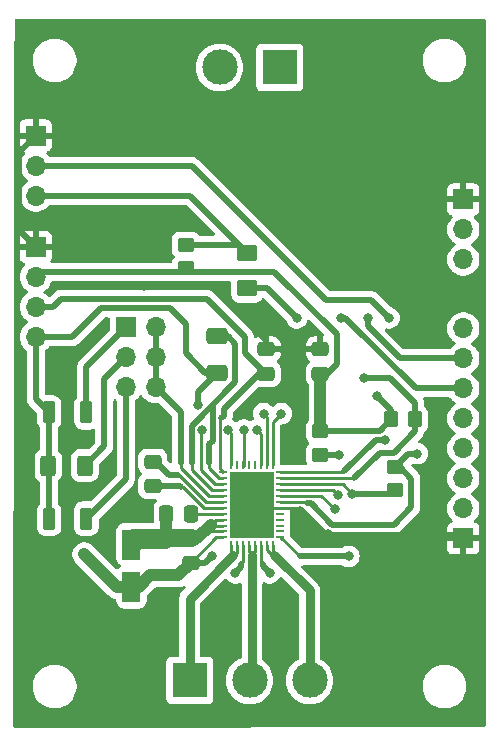
<source format=gbr>
%TF.GenerationSoftware,KiCad,Pcbnew,8.0.1*%
%TF.CreationDate,2024-05-23T13:33:55+02:00*%
%TF.ProjectId,focBLDCdrv,666f6342-4c44-4436-9472-762e6b696361,rev?*%
%TF.SameCoordinates,Original*%
%TF.FileFunction,Copper,L1,Top*%
%TF.FilePolarity,Positive*%
%FSLAX46Y46*%
G04 Gerber Fmt 4.6, Leading zero omitted, Abs format (unit mm)*
G04 Created by KiCad (PCBNEW 8.0.1) date 2024-05-23 13:33:55*
%MOMM*%
%LPD*%
G01*
G04 APERTURE LIST*
G04 Aperture macros list*
%AMRoundRect*
0 Rectangle with rounded corners*
0 $1 Rounding radius*
0 $2 $3 $4 $5 $6 $7 $8 $9 X,Y pos of 4 corners*
0 Add a 4 corners polygon primitive as box body*
4,1,4,$2,$3,$4,$5,$6,$7,$8,$9,$2,$3,0*
0 Add four circle primitives for the rounded corners*
1,1,$1+$1,$2,$3*
1,1,$1+$1,$4,$5*
1,1,$1+$1,$6,$7*
1,1,$1+$1,$8,$9*
0 Add four rect primitives between the rounded corners*
20,1,$1+$1,$2,$3,$4,$5,0*
20,1,$1+$1,$4,$5,$6,$7,0*
20,1,$1+$1,$6,$7,$8,$9,0*
20,1,$1+$1,$8,$9,$2,$3,0*%
G04 Aperture macros list end*
%TA.AperFunction,SMDPad,CuDef*%
%ADD10RoundRect,0.250000X-0.475000X0.337500X-0.475000X-0.337500X0.475000X-0.337500X0.475000X0.337500X0*%
%TD*%
%TA.AperFunction,SMDPad,CuDef*%
%ADD11RoundRect,0.250000X-0.350000X-0.450000X0.350000X-0.450000X0.350000X0.450000X-0.350000X0.450000X0*%
%TD*%
%TA.AperFunction,SMDPad,CuDef*%
%ADD12RoundRect,0.250000X-0.450000X0.350000X-0.450000X-0.350000X0.450000X-0.350000X0.450000X0.350000X0*%
%TD*%
%TA.AperFunction,ComponentPad*%
%ADD13R,1.700000X1.700000*%
%TD*%
%TA.AperFunction,ComponentPad*%
%ADD14O,1.700000X1.700000*%
%TD*%
%TA.AperFunction,ComponentPad*%
%ADD15R,3.000000X3.000000*%
%TD*%
%TA.AperFunction,ComponentPad*%
%ADD16C,3.000000*%
%TD*%
%TA.AperFunction,SMDPad,CuDef*%
%ADD17RoundRect,0.250000X0.475000X-0.337500X0.475000X0.337500X-0.475000X0.337500X-0.475000X-0.337500X0*%
%TD*%
%TA.AperFunction,SMDPad,CuDef*%
%ADD18RoundRect,0.250000X0.450000X-0.350000X0.450000X0.350000X-0.450000X0.350000X-0.450000X-0.350000X0*%
%TD*%
%TA.AperFunction,SMDPad,CuDef*%
%ADD19RoundRect,0.250001X0.624999X-0.462499X0.624999X0.462499X-0.624999X0.462499X-0.624999X-0.462499X0*%
%TD*%
%TA.AperFunction,SMDPad,CuDef*%
%ADD20RoundRect,0.250000X-0.650000X0.412500X-0.650000X-0.412500X0.650000X-0.412500X0.650000X0.412500X0*%
%TD*%
%TA.AperFunction,SMDPad,CuDef*%
%ADD21RoundRect,0.062500X-0.237500X-0.062500X0.237500X-0.062500X0.237500X0.062500X-0.237500X0.062500X0*%
%TD*%
%TA.AperFunction,SMDPad,CuDef*%
%ADD22RoundRect,0.062500X0.062500X-0.237500X0.062500X0.237500X-0.062500X0.237500X-0.062500X-0.237500X0*%
%TD*%
%TA.AperFunction,SMDPad,CuDef*%
%ADD23RoundRect,0.062500X0.237500X0.062500X-0.237500X0.062500X-0.237500X-0.062500X0.237500X-0.062500X0*%
%TD*%
%TA.AperFunction,SMDPad,CuDef*%
%ADD24RoundRect,0.062500X-0.062500X0.237500X-0.062500X-0.237500X0.062500X-0.237500X0.062500X0.237500X0*%
%TD*%
%TA.AperFunction,ComponentPad*%
%ADD25C,0.400000*%
%TD*%
%TA.AperFunction,ComponentPad*%
%ADD26C,0.450000*%
%TD*%
%TA.AperFunction,HeatsinkPad*%
%ADD27R,3.700000X5.700000*%
%TD*%
%TA.AperFunction,SMDPad,CuDef*%
%ADD28RoundRect,0.250000X-0.400000X-0.625000X0.400000X-0.625000X0.400000X0.625000X-0.400000X0.625000X0*%
%TD*%
%TA.AperFunction,SMDPad,CuDef*%
%ADD29RoundRect,0.250000X-0.275000X-0.700000X0.275000X-0.700000X0.275000X0.700000X-0.275000X0.700000X0*%
%TD*%
%TA.AperFunction,SMDPad,CuDef*%
%ADD30RoundRect,0.250000X0.337500X0.475000X-0.337500X0.475000X-0.337500X-0.475000X0.337500X-0.475000X0*%
%TD*%
%TA.AperFunction,SMDPad,CuDef*%
%ADD31RoundRect,0.250000X-0.550000X1.050000X-0.550000X-1.050000X0.550000X-1.050000X0.550000X1.050000X0*%
%TD*%
%TA.AperFunction,ViaPad*%
%ADD32C,0.800000*%
%TD*%
%TA.AperFunction,Conductor*%
%ADD33C,0.250000*%
%TD*%
%TA.AperFunction,Conductor*%
%ADD34C,1.000000*%
%TD*%
%TA.AperFunction,Conductor*%
%ADD35C,1.500000*%
%TD*%
%TA.AperFunction,Conductor*%
%ADD36C,0.500000*%
%TD*%
%TA.AperFunction,Conductor*%
%ADD37C,0.750000*%
%TD*%
G04 APERTURE END LIST*
D10*
%TO.P,C2,1*%
%TO.N,VM*%
X143100000Y-110662500D03*
%TO.P,C2,2*%
%TO.N,PNGD*%
X143100000Y-112737500D03*
%TD*%
D11*
%TO.P,R4,1*%
%TO.N,AVDD*%
X160100000Y-100600000D03*
%TO.P,R4,2*%
%TO.N,SCL*%
X162100000Y-100600000D03*
%TD*%
D12*
%TO.P,R2,1*%
%TO.N,nFAULT*%
X142700000Y-85800000D03*
%TO.P,R2,2*%
%TO.N,AVDD*%
X142700000Y-87800000D03*
%TD*%
D13*
%TO.P,J5,1,Pin_1*%
%TO.N,Net-(J5-Pad1)*%
X137625000Y-92775000D03*
D14*
%TO.P,J5,2,Pin_2*%
%TO.N,Net-(J5-Pad2)*%
X140165000Y-92775000D03*
%TO.P,J5,3,Pin_3*%
%TO.N,Net-(J5-Pad3)*%
X137625000Y-95315000D03*
%TO.P,J5,4,Pin_4*%
%TO.N,Net-(J5-Pad2)*%
X140165000Y-95315000D03*
%TO.P,J5,5,Pin_5*%
%TO.N,Net-(J5-Pad5)*%
X137625000Y-97855000D03*
%TO.P,J5,6,Pin_6*%
%TO.N,Net-(J5-Pad2)*%
X140165000Y-97855000D03*
%TD*%
D15*
%TO.P,J2,1,Pin_1*%
%TO.N,Net-(J2-Pad1)*%
X143020000Y-122700000D03*
D16*
%TO.P,J2,2,Pin_2*%
%TO.N,Net-(J2-Pad2)*%
X148100000Y-122700000D03*
%TO.P,J2,3,Pin_3*%
%TO.N,Net-(J2-Pad3)*%
X153180000Y-122700000D03*
%TD*%
D15*
%TO.P,J1,1,Pin_1*%
%TO.N,VM*%
X150640000Y-70800000D03*
D16*
%TO.P,J1,2,Pin_2*%
%TO.N,PNGD*%
X145560000Y-70800000D03*
%TD*%
D17*
%TO.P,C7,1*%
%TO.N,AVDD*%
X154100000Y-96737500D03*
%TO.P,C7,2*%
%TO.N,GNDA*%
X154100000Y-94662500D03*
%TD*%
D13*
%TO.P,J6,1,Pin_1*%
%TO.N,GNDA*%
X130000000Y-76560000D03*
D14*
%TO.P,J6,2,Pin_2*%
%TO.N,FG*%
X130000000Y-79100000D03*
%TO.P,J6,3,Pin_3*%
%TO.N,nFAULT*%
X130000000Y-81640000D03*
%TD*%
D17*
%TO.P,C6,1*%
%TO.N,DVDD*%
X149500000Y-96737500D03*
%TO.P,C6,2*%
%TO.N,GNDA*%
X149500000Y-94662500D03*
%TD*%
D13*
%TO.P,J7,1,Pin_1*%
%TO.N,GNDA*%
X130000000Y-86000000D03*
D14*
%TO.P,J7,2,Pin_2*%
%TO.N,AVDD*%
X130000000Y-88540000D03*
%TO.P,J7,3,Pin_3*%
%TO.N,DVDD*%
X130000000Y-91080000D03*
%TO.P,J7,4,Pin_4*%
%TO.N,BUCK*%
X130000000Y-93620000D03*
%TD*%
D13*
%TO.P,J3,1,Pin_1*%
%TO.N,GNDA*%
X166200000Y-110675000D03*
D14*
%TO.P,J3,2,Pin_2*%
%TO.N,DRVOFF*%
X166200000Y-108135000D03*
%TO.P,J3,3,Pin_3*%
%TO.N,BRAKE*%
X166200000Y-105595000D03*
%TO.P,J3,4,Pin_4*%
%TO.N,EXT_CLK*%
X166200000Y-103055000D03*
%TO.P,J3,5,Pin_5*%
%TO.N,EXT_WD*%
X166200000Y-100515000D03*
%TO.P,J3,6,Pin_6*%
%TO.N,SOX*%
X166200000Y-97975000D03*
%TO.P,J3,7,Pin_7*%
%TO.N,DIR*%
X166200000Y-95435000D03*
%TO.P,J3,8,Pin_8*%
%TO.N,SPEED*%
X166200000Y-92895000D03*
%TD*%
D18*
%TO.P,R1,1*%
%TO.N,FG*%
X154100000Y-103600000D03*
%TO.P,R1,2*%
%TO.N,AVDD*%
X154100000Y-101600000D03*
%TD*%
D19*
%TO.P,D1,1,K*%
%TO.N,Net-(D1-Pad1)*%
X147900000Y-89487500D03*
%TO.P,D1,2,A*%
%TO.N,nFAULT*%
X147900000Y-86512500D03*
%TD*%
D20*
%TO.P,C5,1*%
%TO.N,DGND*%
X145300000Y-93537500D03*
%TO.P,C5,2*%
%TO.N,BUCK*%
X145300000Y-96662500D03*
%TD*%
D13*
%TO.P,J4,1,Pin_1*%
%TO.N,GNDA*%
X166200000Y-81975000D03*
D14*
%TO.P,J4,2,Pin_2*%
%TO.N,SDA*%
X166200000Y-84515000D03*
%TO.P,J4,3,Pin_3*%
%TO.N,SCL*%
X166200000Y-87055000D03*
%TD*%
D21*
%TO.P,U1,1,DVDD*%
%TO.N,DVDD*%
X145890000Y-105080000D03*
%TO.P,U1,2,DGND*%
%TO.N,DGND*%
X145890000Y-105580000D03*
%TO.P,U1,3,FB_BK*%
%TO.N,BUCK*%
X145890000Y-106080000D03*
%TO.P,U1,4,GND_BK*%
%TO.N,DGND*%
X145890000Y-106580000D03*
%TO.P,U1,5,SW_BK*%
%TO.N,Net-(J5-Pad2)*%
X145890000Y-107080000D03*
%TO.P,U1,6,CPL*%
%TO.N,Net-(C4-Pad2)*%
X145890000Y-107580000D03*
%TO.P,U1,7,CPH*%
%TO.N,Net-(C4-Pad1)*%
X145890000Y-108080000D03*
%TO.P,U1,8,CP*%
%TO.N,Net-(C3-Pad1)*%
X145890000Y-108580000D03*
%TO.P,U1,9,VM*%
%TO.N,VM*%
X145890000Y-109080000D03*
%TO.P,U1,10,VM*%
X145890000Y-109580000D03*
%TO.P,U1,11,VM*%
X145890000Y-110080000D03*
%TO.P,U1,12,PGND*%
%TO.N,PNGD*%
X145890000Y-110580000D03*
D22*
%TO.P,U1,13,OUT_A*%
%TO.N,Net-(J2-Pad1)*%
X146560000Y-111230000D03*
%TO.P,U1,14,OUT_A*%
X147060000Y-111230000D03*
%TO.P,U1,15,PNGD*%
%TO.N,PNGD*%
X147560000Y-111230000D03*
%TO.P,U1,16,OUT_B*%
%TO.N,Net-(J2-Pad2)*%
X148060000Y-111230000D03*
%TO.P,U1,17,OUT_B*%
X148560000Y-111230000D03*
%TO.P,U1,18,PNGD*%
%TO.N,PNGD*%
X149060000Y-111230000D03*
%TO.P,U1,19,OUT_C*%
%TO.N,Net-(J2-Pad3)*%
X149560000Y-111230000D03*
%TO.P,U1,20,OUT_C*%
X150060000Y-111230000D03*
D23*
%TO.P,U1,21,DRVOFF*%
%TO.N,DRVOFF*%
X150710000Y-110580000D03*
%TO.P,U1,22,NC*%
%TO.N,unconnected-(U1-Pad22)*%
X150710000Y-110080000D03*
%TO.P,U1,23,NC*%
%TO.N,unconnected-(U1-Pad23)*%
X150710000Y-109580000D03*
%TO.P,U1,24,NC*%
%TO.N,unconnected-(U1-Pad24)*%
X150710000Y-109080000D03*
%TO.P,U1,25,NC*%
%TO.N,unconnected-(U1-Pad25)*%
X150710000Y-108580000D03*
%TO.P,U1,26,AGND*%
%TO.N,GNDA*%
X150710000Y-108080000D03*
%TO.P,U1,27,AVDD*%
%TO.N,AVDD*%
X150710000Y-107580000D03*
%TO.P,U1,28,SPEED/WAKE*%
%TO.N,SPEED*%
X150710000Y-107080000D03*
%TO.P,U1,29,FG*%
%TO.N,FG*%
X150710000Y-106580000D03*
%TO.P,U1,30,SDA*%
%TO.N,SDA*%
X150710000Y-106080000D03*
%TO.P,U1,31,SCL*%
%TO.N,SCL*%
X150710000Y-105580000D03*
%TO.P,U1,32,EXT_WD*%
%TO.N,EXT_WD*%
X150710000Y-105080000D03*
D24*
%TO.P,U1,33,EXT_CLK*%
%TO.N,EXT_CLK*%
X150060000Y-104430000D03*
%TO.P,U1,34,DIR*%
%TO.N,DIR*%
X149560000Y-104430000D03*
%TO.P,U1,35,BRAKE*%
%TO.N,BRAKE*%
X149060000Y-104430000D03*
%TO.P,U1,36,NC*%
%TO.N,unconnected-(U1-Pad36)*%
X148560000Y-104430000D03*
%TO.P,U1,37,NC*%
%TO.N,unconnected-(U1-Pad37)*%
X148060000Y-104430000D03*
%TO.P,U1,38,SOX*%
%TO.N,SOX*%
X147560000Y-104430000D03*
%TO.P,U1,39,NC*%
%TO.N,unconnected-(U1-Pad39)*%
X147060000Y-104430000D03*
%TO.P,U1,40,nFAULT*%
%TO.N,Net-(D1-Pad1)*%
X146560000Y-104430000D03*
D25*
%TO.P,U1,41*%
%TO.N,GNDA*%
X148925000Y-110400000D03*
X146700000Y-106450000D03*
X148925000Y-107800000D03*
D26*
X149900000Y-106450000D03*
D25*
X148925000Y-109150000D03*
D26*
X147675000Y-105200000D03*
D25*
X147650000Y-109150000D03*
X147675000Y-106450000D03*
X146700000Y-107800000D03*
D27*
X148300000Y-107800000D03*
D25*
X147675000Y-110400000D03*
X148925000Y-106450000D03*
X147675000Y-107800000D03*
X149900000Y-107800000D03*
X146700000Y-109150000D03*
D26*
X148925000Y-105200000D03*
D25*
X149900000Y-109150000D03*
%TD*%
D28*
%TO.P,R3,1*%
%TO.N,BUCK*%
X131050000Y-104500000D03*
%TO.P,R3,2*%
%TO.N,Net-(J5-Pad3)*%
X134150000Y-104500000D03*
%TD*%
D29*
%TO.P,L2,1,1*%
%TO.N,BUCK*%
X131125000Y-109000000D03*
%TO.P,L2,2,2*%
%TO.N,Net-(J5-Pad5)*%
X134275000Y-109000000D03*
%TD*%
D17*
%TO.P,C4,1*%
%TO.N,Net-(C4-Pad1)*%
X139900000Y-106237500D03*
%TO.P,C4,2*%
%TO.N,Net-(C4-Pad2)*%
X139900000Y-104162500D03*
%TD*%
D12*
%TO.P,R5,1*%
%TO.N,AVDD*%
X160400000Y-104600000D03*
%TO.P,R5,2*%
%TO.N,SDA*%
X160400000Y-106600000D03*
%TD*%
D29*
%TO.P,L1,1,1*%
%TO.N,BUCK*%
X131125000Y-100000000D03*
%TO.P,L1,2,2*%
%TO.N,Net-(J5-Pad1)*%
X134275000Y-100000000D03*
%TD*%
D30*
%TO.P,C3,1*%
%TO.N,Net-(C3-Pad1)*%
X143137500Y-108600000D03*
%TO.P,C3,2*%
%TO.N,VM*%
X141062500Y-108600000D03*
%TD*%
D31*
%TO.P,C1,1*%
%TO.N,VM*%
X138100000Y-111200000D03*
%TO.P,C1,2*%
%TO.N,PNGD*%
X138100000Y-114800000D03*
%TD*%
D32*
%TO.N,VM*%
X141000000Y-111100000D03*
%TO.N,PNGD*%
X146900000Y-113600000D03*
X134100000Y-112000000D03*
X144900000Y-112200000D03*
X149800000Y-113600000D03*
%TO.N,BUCK*%
X144049500Y-101500688D03*
X143699312Y-99399312D03*
%TO.N,Net-(D1-Pad1)*%
X146300000Y-101500000D03*
X152100000Y-92000000D03*
%TO.N,SOX*%
X155800000Y-92000000D03*
X147600000Y-101500000D03*
%TO.N,DIR*%
X149300000Y-100100000D03*
X158100000Y-92000000D03*
%TO.N,DRVOFF*%
X156500000Y-112200000D03*
%TO.N,EXT_CLK*%
X150800000Y-100100000D03*
%TO.N,EXT_WD*%
X159600000Y-102300000D03*
%TO.N,BRAKE*%
X148700000Y-101500000D03*
%TO.N,FG*%
X159900000Y-92000000D03*
X155600000Y-107000000D03*
X155700000Y-103600000D03*
%TO.N,AVDD*%
X158900000Y-98600000D03*
X162300000Y-103500000D03*
%TO.N,SCL*%
X157800000Y-97100000D03*
%TO.N,SDA*%
X156800000Y-106900000D03*
%TO.N,SPEED*%
X155300000Y-108200000D03*
%TO.N,GNDA*%
X154700000Y-110300000D03*
X139200000Y-86800000D03*
X139200000Y-89300000D03*
X152300000Y-93400000D03*
X152200000Y-100100000D03*
%TD*%
D33*
%TO.N,VM*%
X144520000Y-110080000D02*
X145890000Y-110080000D01*
D34*
X141000000Y-108600000D02*
X141000000Y-111100000D01*
D33*
X145890000Y-109580000D02*
X145020000Y-109580000D01*
D34*
X143100000Y-110662500D02*
X143637500Y-110662500D01*
X138500000Y-111100000D02*
X141000000Y-111100000D01*
D35*
X138200000Y-110800000D02*
X138200000Y-111200000D01*
D33*
X144850000Y-109750000D02*
X145200000Y-109400000D01*
D35*
X138200000Y-110800000D02*
X138337500Y-110662500D01*
D33*
X144800000Y-109500000D02*
X144800000Y-109800000D01*
X145220000Y-109080000D02*
X144800000Y-109500000D01*
D34*
X143637500Y-110662500D02*
X144800000Y-109500000D01*
D33*
X145890000Y-109080000D02*
X145220000Y-109080000D01*
X144800000Y-109800000D02*
X144520000Y-110080000D01*
X141000000Y-111100000D02*
X141062500Y-111037500D01*
X144850000Y-109750000D02*
X144520000Y-110080000D01*
X145020000Y-109580000D02*
X144850000Y-109750000D01*
D35*
X138337500Y-110662500D02*
X143100000Y-110662500D01*
D33*
X145200000Y-109400000D02*
X145020000Y-109580000D01*
%TO.N,PNGD*%
X145257500Y-110580000D02*
X145890000Y-110580000D01*
X149060000Y-112720000D02*
X149060000Y-111230000D01*
D34*
X136900000Y-114800000D02*
X138100000Y-114800000D01*
D36*
X146900000Y-113600000D02*
X147400000Y-113100000D01*
D34*
X138700000Y-114800000D02*
X139700000Y-113800000D01*
X142037500Y-113800000D02*
X143100000Y-112737500D01*
D36*
X147400000Y-113100000D02*
X147400000Y-112800000D01*
X144900000Y-112200000D02*
X144362500Y-112737500D01*
D33*
X149200000Y-112860000D02*
X149060000Y-112720000D01*
D36*
X149200000Y-113000000D02*
X149200000Y-112860000D01*
D33*
X147560000Y-112640000D02*
X147560000Y-111230000D01*
X143100000Y-112737500D02*
X145257500Y-110580000D01*
D36*
X149800000Y-113600000D02*
X149200000Y-113000000D01*
D33*
X147400000Y-112800000D02*
X147560000Y-112640000D01*
D36*
X144362500Y-112737500D02*
X143100000Y-112737500D01*
D34*
X139700000Y-113800000D02*
X142037500Y-113800000D01*
X134100000Y-112000000D02*
X136900000Y-114800000D01*
D33*
X138100000Y-114800000D02*
X138700000Y-114800000D01*
%TO.N,Net-(C3-Pad1)*%
X143157500Y-108580000D02*
X145890000Y-108580000D01*
X143137500Y-108600000D02*
X143157500Y-108580000D01*
D36*
%TO.N,Net-(C4-Pad1)*%
X142237500Y-106237500D02*
X139900000Y-106237500D01*
X142300000Y-106300000D02*
X142237500Y-106237500D01*
D33*
X142462493Y-106300000D02*
X144242493Y-108080000D01*
X142300000Y-106300000D02*
X142462493Y-106300000D01*
X144242493Y-108080000D02*
X145890000Y-108080000D01*
%TO.N,Net-(C4-Pad2)*%
X144415718Y-107580000D02*
X145890000Y-107580000D01*
D36*
X141300000Y-105300000D02*
X140162500Y-104162500D01*
D33*
X142135718Y-105300000D02*
X144415718Y-107580000D01*
X142000000Y-105300000D02*
X142135718Y-105300000D01*
D36*
X142000000Y-105300000D02*
X141300000Y-105300000D01*
D33*
X140162500Y-104162500D02*
X139900000Y-104162500D01*
D36*
%TO.N,BUCK*%
X143699312Y-99399312D02*
X143699312Y-98263188D01*
X130000000Y-98875000D02*
X130000000Y-93620000D01*
D33*
X145180000Y-106080000D02*
X145890000Y-106080000D01*
X144049500Y-101500688D02*
X144000000Y-101550188D01*
D36*
X141400000Y-91200000D02*
X142700000Y-92500000D01*
D33*
X131125000Y-104425000D02*
X131050000Y-104500000D01*
D36*
X131125000Y-109000000D02*
X131125000Y-104575000D01*
X144362500Y-96662500D02*
X145300000Y-96662500D01*
X131125000Y-100000000D02*
X130000000Y-98875000D01*
X142700000Y-92500000D02*
X142700000Y-95000000D01*
D33*
X144000000Y-101550188D02*
X144000000Y-104900000D01*
D36*
X135500000Y-91200000D02*
X141400000Y-91200000D01*
X142700000Y-95000000D02*
X144362500Y-96662500D01*
X130000000Y-93620000D02*
X133080000Y-93620000D01*
D33*
X131125000Y-104575000D02*
X131050000Y-104500000D01*
X144000000Y-104900000D02*
X145180000Y-106080000D01*
D36*
X133080000Y-93620000D02*
X135500000Y-91200000D01*
X143699312Y-98263188D02*
X145300000Y-96662500D01*
X131125000Y-100000000D02*
X131125000Y-104425000D01*
%TO.N,DVDD*%
X145900000Y-100300000D02*
X145900000Y-99700000D01*
X144500000Y-90400000D02*
X147700000Y-93600000D01*
X130000000Y-91080000D02*
X131420000Y-91080000D01*
X145700000Y-100500000D02*
X145900000Y-100300000D01*
X131420000Y-91080000D02*
X132100000Y-90400000D01*
D33*
X145575489Y-100624511D02*
X145575489Y-104765489D01*
D36*
X145900000Y-99700000D02*
X148862500Y-96737500D01*
D33*
X149500000Y-96737500D02*
X148862500Y-96737500D01*
X145575489Y-104765489D02*
X145890000Y-105080000D01*
X145700000Y-100500000D02*
X145575489Y-100624511D01*
D36*
X147700000Y-94937500D02*
X149500000Y-96737500D01*
X132100000Y-90400000D02*
X144500000Y-90400000D01*
X147700000Y-93600000D02*
X147700000Y-94937500D01*
%TO.N,Net-(D1-Pad1)*%
X147900000Y-89487500D02*
X149587500Y-89487500D01*
X149587500Y-89487500D02*
X152100000Y-92000000D01*
D33*
X146300000Y-101500000D02*
X146560000Y-101760000D01*
X146560000Y-101760000D02*
X146560000Y-104430000D01*
D36*
%TO.N,Net-(J5-Pad3)*%
X135800000Y-102850000D02*
X135800000Y-97140000D01*
X135800000Y-97140000D02*
X137625000Y-95315000D01*
X134150000Y-104500000D02*
X135800000Y-102850000D01*
D33*
%TO.N,Net-(J2-Pad1)*%
X145600000Y-113400000D02*
X145549022Y-113400000D01*
X147060000Y-111230000D02*
X147060000Y-111940000D01*
X146700000Y-112100000D02*
X145624511Y-113175489D01*
D37*
X143020000Y-115780000D02*
X143020000Y-122700000D01*
D33*
X145549022Y-113400000D02*
X145324511Y-113175489D01*
X145624511Y-113175489D02*
X145324511Y-113175489D01*
X146560000Y-111230000D02*
X146560000Y-111940000D01*
X146560000Y-111940000D02*
X145324511Y-113175489D01*
X147060000Y-111940000D02*
X145600000Y-113400000D01*
D37*
X146700000Y-112100000D02*
X143020000Y-115780000D01*
D33*
%TO.N,Net-(J2-Pad2)*%
X148560000Y-111840000D02*
X148560000Y-111230000D01*
D37*
X148300000Y-112100000D02*
X148300000Y-122500000D01*
D33*
X148300000Y-112100000D02*
X148560000Y-111840000D01*
X148060000Y-111860000D02*
X148060000Y-111230000D01*
X148300000Y-112100000D02*
X148060000Y-111860000D01*
D37*
%TO.N,Net-(J2-Pad3)*%
X150200000Y-112100000D02*
X153180000Y-115080000D01*
X153180000Y-115080000D02*
X153180000Y-122700000D01*
D33*
X150060000Y-112040000D02*
X150000000Y-112100000D01*
X150060000Y-111230000D02*
X150060000Y-112040000D01*
X150000000Y-112100000D02*
X150200000Y-112100000D01*
X149560000Y-111660000D02*
X150000000Y-112100000D01*
X149560000Y-111230000D02*
X149560000Y-111660000D01*
D36*
%TO.N,SOX*%
X162175000Y-97975000D02*
X166200000Y-97975000D01*
D33*
X147610480Y-101510480D02*
X147610480Y-104500000D01*
D36*
X156200000Y-92000000D02*
X162175000Y-97975000D01*
X155800000Y-92000000D02*
X156200000Y-92000000D01*
D33*
X147600000Y-101500000D02*
X147610480Y-101510480D01*
%TO.N,DIR*%
X149560000Y-100360000D02*
X149560000Y-104430000D01*
X149300000Y-100100000D02*
X149560000Y-100360000D01*
D36*
X158100000Y-92700000D02*
X160835000Y-95435000D01*
X160835000Y-95435000D02*
X166200000Y-95435000D01*
X158100000Y-92000000D02*
X158100000Y-92700000D01*
%TO.N,DRVOFF*%
X152330000Y-112200000D02*
X156500000Y-112200000D01*
D33*
X150710000Y-110580000D02*
X152330000Y-112200000D01*
%TO.N,EXT_CLK*%
X150060000Y-104430000D02*
X150060000Y-100840000D01*
X150060000Y-100840000D02*
X150800000Y-100100000D01*
%TO.N,EXT_WD*%
X156020000Y-105080000D02*
X150710000Y-105080000D01*
D36*
X158800000Y-102300000D02*
X159600000Y-102300000D01*
X156100000Y-105000000D02*
X158800000Y-102300000D01*
D33*
%TO.N,BRAKE*%
X149060000Y-101860000D02*
X149060000Y-104430000D01*
X148700000Y-101500000D02*
X149060000Y-101860000D01*
D36*
%TO.N,nFAULT*%
X130000000Y-81640000D02*
X130060000Y-81700000D01*
X130060000Y-81700000D02*
X143087500Y-81700000D01*
X147900000Y-86512500D02*
X147187500Y-85800000D01*
X143087500Y-81700000D02*
X147900000Y-86512500D01*
X147187500Y-85800000D02*
X142700000Y-85800000D01*
%TO.N,FG*%
X143200000Y-79100000D02*
X154600000Y-90500000D01*
X154600000Y-90500000D02*
X158400000Y-90500000D01*
X130000000Y-79100000D02*
X143200000Y-79100000D01*
X158400000Y-90500000D02*
X159900000Y-92000000D01*
D33*
X155180000Y-106580000D02*
X150710000Y-106580000D01*
X155600000Y-107000000D02*
X155180000Y-106580000D01*
D36*
X154100000Y-103600000D02*
X155700000Y-103600000D01*
%TO.N,Net-(J5-Pad1)*%
X134275000Y-96125000D02*
X137625000Y-92775000D01*
X134275000Y-100000000D02*
X134275000Y-96125000D01*
%TO.N,AVDD*%
X161500000Y-103500000D02*
X160400000Y-104600000D01*
X161800000Y-108000000D02*
X161800000Y-105600000D01*
X153301391Y-107700000D02*
X155101391Y-109500000D01*
X160300000Y-109500000D02*
X161800000Y-108000000D01*
X142800000Y-88100000D02*
X150200000Y-88100000D01*
X143300000Y-88100000D02*
X130440000Y-88100000D01*
X155500000Y-93400000D02*
X155500000Y-95900000D01*
X161800000Y-105600000D02*
X160800000Y-104600000D01*
X162300000Y-103500000D02*
X161500000Y-103500000D01*
D33*
X150710000Y-107580000D02*
X152880000Y-107580000D01*
D36*
X153000000Y-107700000D02*
X153301391Y-107700000D01*
X150200000Y-88100000D02*
X155500000Y-93400000D01*
X155101391Y-109500000D02*
X160300000Y-109500000D01*
X130440000Y-88100000D02*
X130000000Y-88540000D01*
X154100000Y-101600000D02*
X159100000Y-101600000D01*
X159100000Y-101600000D02*
X160100000Y-100600000D01*
D34*
X154100000Y-96737500D02*
X154100000Y-101600000D01*
D36*
X155500000Y-95900000D02*
X154662500Y-96737500D01*
X160100000Y-100600000D02*
X160100000Y-99800000D01*
D33*
X143300000Y-88100000D02*
X142800000Y-88100000D01*
D36*
X160800000Y-104600000D02*
X160400000Y-104600000D01*
D33*
X154662500Y-96737500D02*
X154100000Y-96737500D01*
D36*
X160100000Y-99800000D02*
X158900000Y-98600000D01*
D33*
X152880000Y-107580000D02*
X153000000Y-107700000D01*
D36*
%TO.N,SCL*%
X162100000Y-101600000D02*
X162100000Y-100600000D01*
D33*
X150710000Y-105580000D02*
X156920000Y-105580000D01*
D36*
X162100000Y-99200000D02*
X162100000Y-100600000D01*
X156920000Y-105580000D02*
X159100000Y-103400000D01*
X160000000Y-97100000D02*
X162100000Y-99200000D01*
X159100000Y-103400000D02*
X160300000Y-103400000D01*
X157800000Y-97100000D02*
X160000000Y-97100000D01*
X160300000Y-103400000D02*
X162100000Y-101600000D01*
D33*
%TO.N,SDA*%
X160100000Y-106900000D02*
X160400000Y-106600000D01*
X156800000Y-106900000D02*
X155980000Y-106080000D01*
D36*
X156800000Y-106900000D02*
X160100000Y-106900000D01*
D33*
X155980000Y-106080000D02*
X150710000Y-106080000D01*
%TO.N,SPEED*%
X154180000Y-107080000D02*
X150710000Y-107080000D01*
X155300000Y-108200000D02*
X154180000Y-107080000D01*
D36*
%TO.N,Net-(J5-Pad5)*%
X137625000Y-105650000D02*
X137625000Y-97855000D01*
X134275000Y-109000000D02*
X137625000Y-105650000D01*
D33*
%TO.N,Net-(J5-Pad2)*%
X145890000Y-107080000D02*
X144680000Y-107080000D01*
D36*
X142300000Y-99990000D02*
X140165000Y-97855000D01*
X140165000Y-92775000D02*
X140165000Y-95315000D01*
X142300000Y-104264282D02*
X142300000Y-99990000D01*
X140165000Y-95315000D02*
X140165000Y-97855000D01*
D33*
X144680000Y-107080000D02*
X142300000Y-104700000D01*
X142300000Y-104700000D02*
X142300000Y-104264282D01*
%TO.N,GNDA*%
X148300000Y-107916772D02*
X148300000Y-107800000D01*
D36*
X154800000Y-110400000D02*
X165925000Y-110400000D01*
D33*
X149142261Y-108324511D02*
X148707739Y-108324511D01*
D36*
X154100000Y-94662500D02*
X150937500Y-94662500D01*
X130000000Y-86000000D02*
X138400000Y-86000000D01*
X139200000Y-89300000D02*
X144935718Y-89300000D01*
D33*
X151037500Y-94662500D02*
X150937500Y-94662500D01*
D36*
X152200000Y-100100000D02*
X152200000Y-96100000D01*
D33*
X154700000Y-110300000D02*
X154500000Y-110300000D01*
X150710000Y-108080000D02*
X149386772Y-108080000D01*
X152400000Y-108200000D02*
X152280000Y-108080000D01*
D36*
X152200000Y-96100000D02*
X150762500Y-94662500D01*
D33*
X154700000Y-110300000D02*
X154800000Y-110400000D01*
D36*
X130000000Y-76560000D02*
X128600000Y-77960000D01*
X144935718Y-89300000D02*
X149500000Y-93864282D01*
X149500000Y-93864282D02*
X149500000Y-94662500D01*
D33*
X165925000Y-110400000D02*
X166200000Y-110675000D01*
D36*
X128600000Y-84600000D02*
X130000000Y-86000000D01*
X150762500Y-94662500D02*
X149500000Y-94662500D01*
D33*
X148707739Y-108324511D02*
X148300000Y-107916772D01*
X149386772Y-108080000D02*
X149142261Y-108324511D01*
D36*
X138400000Y-86000000D02*
X139200000Y-86800000D01*
X128600000Y-77960000D02*
X128600000Y-84600000D01*
X152300000Y-93400000D02*
X151037500Y-94662500D01*
X150937500Y-94662500D02*
X149500000Y-94662500D01*
D33*
X152280000Y-108080000D02*
X150710000Y-108080000D01*
D36*
X154500000Y-110300000D02*
X152400000Y-108200000D01*
D33*
%TO.N,DGND*%
X143200000Y-104900000D02*
X144880000Y-106580000D01*
D36*
X145000000Y-102400000D02*
X145000000Y-99400000D01*
D33*
X143200000Y-104300000D02*
X143200000Y-104900000D01*
X146237500Y-93537500D02*
X145300000Y-93537500D01*
D36*
X144700000Y-102700000D02*
X145000000Y-102400000D01*
X146900000Y-97448797D02*
X146900000Y-94200000D01*
X144700000Y-104300000D02*
X144700000Y-102700000D01*
X146900000Y-94200000D02*
X146237500Y-93537500D01*
X143200000Y-101148797D02*
X146900000Y-97448797D01*
D33*
X144700000Y-104737328D02*
X145542672Y-105580000D01*
X144880000Y-106580000D02*
X145890000Y-106580000D01*
D36*
X143200000Y-104300000D02*
X143200000Y-101148797D01*
D33*
X144700000Y-104300000D02*
X144700000Y-104737328D01*
X145542672Y-105580000D02*
X145890000Y-105580000D01*
%TD*%
%TA.AperFunction,Conductor*%
%TO.N,GNDA*%
G36*
X147304415Y-108537675D02*
G01*
X147349479Y-108566636D01*
X147843748Y-109060905D01*
X147877774Y-109123217D01*
X147872709Y-109194032D01*
X147843748Y-109239096D01*
X147349479Y-109733364D01*
X147287167Y-109767389D01*
X147216351Y-109762324D01*
X147177063Y-109737074D01*
X147171914Y-109737074D01*
X147116398Y-109767389D01*
X147045583Y-109762324D01*
X147000520Y-109733363D01*
X146721355Y-109454198D01*
X146687329Y-109391886D01*
X146685529Y-109381554D01*
X146683803Y-109368439D01*
X146683799Y-109368430D01*
X146682241Y-109362611D01*
X146682242Y-109297387D01*
X146683800Y-109291567D01*
X146683803Y-109291561D01*
X146689275Y-109250000D01*
X146719891Y-109250000D01*
X146756645Y-109234776D01*
X146784776Y-109206645D01*
X146800000Y-109169891D01*
X146800000Y-109150001D01*
X146982843Y-109150001D01*
X147174999Y-109342157D01*
X147175001Y-109342157D01*
X147347267Y-109169891D01*
X147550000Y-109169891D01*
X147565224Y-109206645D01*
X147593355Y-109234776D01*
X147630109Y-109250000D01*
X147669891Y-109250000D01*
X147706645Y-109234776D01*
X147734776Y-109206645D01*
X147750000Y-109169891D01*
X147750000Y-109130109D01*
X147734776Y-109093355D01*
X147706645Y-109065224D01*
X147669891Y-109050000D01*
X147630109Y-109050000D01*
X147593355Y-109065224D01*
X147565224Y-109093355D01*
X147550000Y-109130109D01*
X147550000Y-109169891D01*
X147347267Y-109169891D01*
X147367157Y-109150001D01*
X147367157Y-109149999D01*
X147175001Y-108957843D01*
X147174999Y-108957843D01*
X146982843Y-109149999D01*
X146982843Y-109150001D01*
X146800000Y-109150001D01*
X146800000Y-109130109D01*
X146784776Y-109093355D01*
X146756645Y-109065224D01*
X146719891Y-109050000D01*
X146698499Y-109050000D01*
X146698499Y-108980076D01*
X146697472Y-108972271D01*
X146693648Y-108943223D01*
X146704588Y-108873074D01*
X146729474Y-108837682D01*
X147000519Y-108566636D01*
X147062832Y-108532611D01*
X147133647Y-108537675D01*
X147172936Y-108562925D01*
X147178085Y-108562925D01*
X147233599Y-108532611D01*
X147304415Y-108537675D01*
G37*
%TD.AperFunction*%
%TA.AperFunction,Conductor*%
G36*
X149554415Y-108537675D02*
G01*
X149599479Y-108566636D01*
X149870524Y-108837681D01*
X149904550Y-108899993D01*
X149906351Y-108943222D01*
X149901500Y-108980066D01*
X149901500Y-109050000D01*
X149880109Y-109050000D01*
X149843355Y-109065224D01*
X149815224Y-109093355D01*
X149800000Y-109130109D01*
X149800000Y-109169891D01*
X149815224Y-109206645D01*
X149843355Y-109234776D01*
X149880109Y-109250000D01*
X149910725Y-109250000D01*
X149916196Y-109291557D01*
X149917759Y-109297388D01*
X149917759Y-109362610D01*
X149916195Y-109368445D01*
X149914469Y-109381554D01*
X149885744Y-109446480D01*
X149878644Y-109454197D01*
X149599480Y-109733362D01*
X149537167Y-109767387D01*
X149466352Y-109762323D01*
X149421289Y-109733362D01*
X149412501Y-109724574D01*
X149412499Y-109724574D01*
X149403710Y-109733363D01*
X149341398Y-109767389D01*
X149270583Y-109762324D01*
X149225520Y-109733363D01*
X148731252Y-109239095D01*
X148697226Y-109176783D01*
X148697719Y-109169891D01*
X148825000Y-109169891D01*
X148840224Y-109206645D01*
X148868355Y-109234776D01*
X148905109Y-109250000D01*
X148944891Y-109250000D01*
X148981645Y-109234776D01*
X149009776Y-109206645D01*
X149025000Y-109169891D01*
X149025000Y-109150001D01*
X149207843Y-109150001D01*
X149412499Y-109354657D01*
X149412501Y-109354657D01*
X149617157Y-109150001D01*
X149617157Y-109149999D01*
X149412501Y-108945343D01*
X149412499Y-108945343D01*
X149207843Y-109149999D01*
X149207843Y-109150001D01*
X149025000Y-109150001D01*
X149025000Y-109130109D01*
X149009776Y-109093355D01*
X148981645Y-109065224D01*
X148944891Y-109050000D01*
X148905109Y-109050000D01*
X148868355Y-109065224D01*
X148840224Y-109093355D01*
X148825000Y-109130109D01*
X148825000Y-109169891D01*
X148697719Y-109169891D01*
X148702291Y-109105968D01*
X148731252Y-109060905D01*
X148924999Y-108867157D01*
X149225519Y-108566636D01*
X149287832Y-108532611D01*
X149358647Y-108537675D01*
X149403710Y-108566636D01*
X149412499Y-108575425D01*
X149412500Y-108575425D01*
X149421288Y-108566637D01*
X149483599Y-108532611D01*
X149554415Y-108537675D01*
G37*
%TD.AperFunction*%
%TA.AperFunction,Conductor*%
G36*
X147329415Y-107187675D02*
G01*
X147374479Y-107216636D01*
X147868748Y-107710905D01*
X147902774Y-107773217D01*
X147897709Y-107844032D01*
X147868748Y-107889096D01*
X147374479Y-108383364D01*
X147312167Y-108417389D01*
X147241351Y-108412324D01*
X147196288Y-108383362D01*
X147187500Y-108374574D01*
X147187499Y-108374574D01*
X147178710Y-108383363D01*
X147116398Y-108417389D01*
X147045583Y-108412324D01*
X147000520Y-108383363D01*
X146735404Y-108118247D01*
X146701378Y-108055935D01*
X146698499Y-108029152D01*
X146698499Y-107980075D01*
X146698498Y-107980067D01*
X146687958Y-107900000D01*
X146719891Y-107900000D01*
X146756645Y-107884776D01*
X146784776Y-107856645D01*
X146800000Y-107819891D01*
X146800000Y-107800001D01*
X146982843Y-107800001D01*
X147187499Y-108004657D01*
X147187501Y-108004657D01*
X147372267Y-107819891D01*
X147575000Y-107819891D01*
X147590224Y-107856645D01*
X147618355Y-107884776D01*
X147655109Y-107900000D01*
X147694891Y-107900000D01*
X147731645Y-107884776D01*
X147759776Y-107856645D01*
X147775000Y-107819891D01*
X147775000Y-107780109D01*
X147759776Y-107743355D01*
X147731645Y-107715224D01*
X147694891Y-107700000D01*
X147655109Y-107700000D01*
X147618355Y-107715224D01*
X147590224Y-107743355D01*
X147575000Y-107780109D01*
X147575000Y-107819891D01*
X147372267Y-107819891D01*
X147392157Y-107800001D01*
X147392157Y-107799999D01*
X147187501Y-107595343D01*
X147187499Y-107595343D01*
X146982843Y-107799999D01*
X146982843Y-107800001D01*
X146800000Y-107800001D01*
X146800000Y-107780109D01*
X146784776Y-107743355D01*
X146756645Y-107715224D01*
X146719891Y-107700000D01*
X146695857Y-107700000D01*
X146698500Y-107679925D01*
X146698499Y-107570847D01*
X146718500Y-107502728D01*
X146735403Y-107481753D01*
X147000519Y-107216636D01*
X147062832Y-107182611D01*
X147133647Y-107187675D01*
X147178710Y-107216636D01*
X147187499Y-107225425D01*
X147187500Y-107225425D01*
X147196288Y-107216637D01*
X147258599Y-107182611D01*
X147329415Y-107187675D01*
G37*
%TD.AperFunction*%
%TA.AperFunction,Conductor*%
G36*
X149554414Y-107187674D02*
G01*
X149599479Y-107216636D01*
X149864595Y-107481752D01*
X149898621Y-107544064D01*
X149901500Y-107570846D01*
X149901500Y-107679923D01*
X149901501Y-107679932D01*
X149904143Y-107700000D01*
X149880109Y-107700000D01*
X149843355Y-107715224D01*
X149815224Y-107743355D01*
X149800000Y-107780109D01*
X149800000Y-107819891D01*
X149815224Y-107856645D01*
X149843355Y-107884776D01*
X149880109Y-107900000D01*
X149919891Y-107900000D01*
X149955077Y-107885425D01*
X149964549Y-107908292D01*
X149972138Y-107978882D01*
X149940359Y-108042369D01*
X149937236Y-108045605D01*
X149599480Y-108383362D01*
X149537167Y-108417387D01*
X149466352Y-108412323D01*
X149421289Y-108383362D01*
X149412501Y-108374574D01*
X149412499Y-108374574D01*
X149403710Y-108383363D01*
X149341398Y-108417389D01*
X149270583Y-108412324D01*
X149225520Y-108383363D01*
X148731252Y-107889095D01*
X148697226Y-107826783D01*
X148697719Y-107819891D01*
X148825000Y-107819891D01*
X148840224Y-107856645D01*
X148868355Y-107884776D01*
X148905109Y-107900000D01*
X148944891Y-107900000D01*
X148981645Y-107884776D01*
X149009776Y-107856645D01*
X149025000Y-107819891D01*
X149025000Y-107800001D01*
X149207843Y-107800001D01*
X149412499Y-108004657D01*
X149412501Y-108004657D01*
X149617157Y-107800001D01*
X149617157Y-107799999D01*
X149412501Y-107595343D01*
X149412499Y-107595343D01*
X149207843Y-107799999D01*
X149207843Y-107800001D01*
X149025000Y-107800001D01*
X149025000Y-107780109D01*
X149009776Y-107743355D01*
X148981645Y-107715224D01*
X148944891Y-107700000D01*
X148905109Y-107700000D01*
X148868355Y-107715224D01*
X148840224Y-107743355D01*
X148825000Y-107780109D01*
X148825000Y-107819891D01*
X148697719Y-107819891D01*
X148702291Y-107755968D01*
X148731252Y-107710905D01*
X148924999Y-107517157D01*
X149225519Y-107216636D01*
X149287832Y-107182611D01*
X149358647Y-107187675D01*
X149403710Y-107216636D01*
X149412499Y-107225425D01*
X149421287Y-107216637D01*
X149483598Y-107182611D01*
X149554414Y-107187674D01*
G37*
%TD.AperFunction*%
%TA.AperFunction,Conductor*%
G36*
X149554415Y-105802319D02*
G01*
X149599478Y-105831280D01*
X149864697Y-106096499D01*
X149898723Y-106158811D01*
X149901331Y-106177339D01*
X149901500Y-106179915D01*
X149916196Y-106291557D01*
X149917759Y-106297388D01*
X149917759Y-106350000D01*
X149880109Y-106350000D01*
X149843355Y-106365224D01*
X149815224Y-106393355D01*
X149800000Y-106430109D01*
X149800000Y-106469891D01*
X149815224Y-106506645D01*
X149843355Y-106534776D01*
X149880109Y-106550000D01*
X149901500Y-106550000D01*
X149901500Y-106679923D01*
X149901501Y-106679929D01*
X149903485Y-106695002D01*
X149892542Y-106765150D01*
X149867657Y-106800538D01*
X149599478Y-107068717D01*
X149537166Y-107102743D01*
X149466351Y-107097678D01*
X149421288Y-107068717D01*
X149394823Y-107042252D01*
X149387430Y-107042252D01*
X149341395Y-107067388D01*
X149270579Y-107062322D01*
X149225519Y-107033362D01*
X148731252Y-106539095D01*
X148697226Y-106476783D01*
X148697719Y-106469891D01*
X148825000Y-106469891D01*
X148840224Y-106506645D01*
X148868355Y-106534776D01*
X148905109Y-106550000D01*
X148944891Y-106550000D01*
X148981645Y-106534776D01*
X149009776Y-106506645D01*
X149025000Y-106469891D01*
X149025000Y-106450001D01*
X149207843Y-106450001D01*
X149394821Y-106636979D01*
X149394822Y-106636979D01*
X149581802Y-106449999D01*
X149394823Y-106263020D01*
X149394822Y-106263020D01*
X149207843Y-106449999D01*
X149207843Y-106450001D01*
X149025000Y-106450001D01*
X149025000Y-106430109D01*
X149009776Y-106393355D01*
X148981645Y-106365224D01*
X148944891Y-106350000D01*
X148905109Y-106350000D01*
X148868355Y-106365224D01*
X148840224Y-106393355D01*
X148825000Y-106430109D01*
X148825000Y-106469891D01*
X148697719Y-106469891D01*
X148702291Y-106405968D01*
X148731252Y-106360905D01*
X148924999Y-106167157D01*
X149225519Y-105866636D01*
X149287832Y-105832611D01*
X149358647Y-105837675D01*
X149389879Y-105857747D01*
X149394820Y-105857747D01*
X149421287Y-105831280D01*
X149483599Y-105797255D01*
X149554415Y-105802319D01*
G37*
%TD.AperFunction*%
%TA.AperFunction,Conductor*%
G36*
X147329415Y-105837675D02*
G01*
X147374479Y-105866636D01*
X147868748Y-106360905D01*
X147902774Y-106423217D01*
X147897709Y-106494032D01*
X147868748Y-106539096D01*
X147374479Y-107033364D01*
X147312167Y-107067389D01*
X147241351Y-107062324D01*
X147196288Y-107033362D01*
X147187500Y-107024574D01*
X147187499Y-107024574D01*
X147178710Y-107033363D01*
X147116398Y-107067389D01*
X147045583Y-107062324D01*
X147000520Y-107033363D01*
X146735404Y-106768247D01*
X146701378Y-106705935D01*
X146698499Y-106679161D01*
X146698499Y-106550000D01*
X146719891Y-106550000D01*
X146756645Y-106534776D01*
X146784776Y-106506645D01*
X146800000Y-106469891D01*
X146800000Y-106450001D01*
X146982843Y-106450001D01*
X147187499Y-106654657D01*
X147187501Y-106654657D01*
X147372267Y-106469891D01*
X147575000Y-106469891D01*
X147590224Y-106506645D01*
X147618355Y-106534776D01*
X147655109Y-106550000D01*
X147694891Y-106550000D01*
X147731645Y-106534776D01*
X147759776Y-106506645D01*
X147775000Y-106469891D01*
X147775000Y-106430109D01*
X147759776Y-106393355D01*
X147731645Y-106365224D01*
X147694891Y-106350000D01*
X147655109Y-106350000D01*
X147618355Y-106365224D01*
X147590224Y-106393355D01*
X147575000Y-106430109D01*
X147575000Y-106469891D01*
X147372267Y-106469891D01*
X147392157Y-106450001D01*
X147392157Y-106449999D01*
X147187501Y-106245343D01*
X147187499Y-106245343D01*
X146982843Y-106449999D01*
X146982843Y-106450001D01*
X146800000Y-106450001D01*
X146800000Y-106430109D01*
X146784776Y-106393355D01*
X146756645Y-106365224D01*
X146719891Y-106350000D01*
X146682241Y-106350000D01*
X146682242Y-106297387D01*
X146683803Y-106291561D01*
X146687560Y-106263020D01*
X146694625Y-106209353D01*
X146723347Y-106144427D01*
X146730451Y-106136705D01*
X147000519Y-105866636D01*
X147062832Y-105832611D01*
X147133647Y-105837675D01*
X147178710Y-105866636D01*
X147187499Y-105875425D01*
X147187500Y-105875425D01*
X147196288Y-105866637D01*
X147258599Y-105832611D01*
X147329415Y-105837675D01*
G37*
%TD.AperFunction*%
%TA.AperFunction,Conductor*%
G36*
X141996009Y-88864895D02*
G01*
X142095574Y-88897887D01*
X142199455Y-88908500D01*
X143200544Y-88908499D01*
X143304426Y-88897887D01*
X143403991Y-88864894D01*
X143443622Y-88858500D01*
X146390500Y-88858500D01*
X146458621Y-88878502D01*
X146505114Y-88932158D01*
X146516500Y-88984500D01*
X146516500Y-90000552D01*
X146516499Y-90000552D01*
X146527112Y-90104421D01*
X146527112Y-90104423D01*
X146527113Y-90104425D01*
X146582885Y-90272738D01*
X146634899Y-90357065D01*
X146675970Y-90423651D01*
X146675975Y-90423657D01*
X146801342Y-90549024D01*
X146801348Y-90549029D01*
X146801349Y-90549030D01*
X146952262Y-90642115D01*
X147120575Y-90697887D01*
X147148906Y-90700781D01*
X147224448Y-90708500D01*
X147224456Y-90708500D01*
X148575552Y-90708500D01*
X148644798Y-90701424D01*
X148679425Y-90697887D01*
X148847738Y-90642115D01*
X148998651Y-90549030D01*
X149124030Y-90423651D01*
X149165102Y-90357062D01*
X149217886Y-90309587D01*
X149287961Y-90298184D01*
X149353076Y-90326476D01*
X149361436Y-90334117D01*
X151179874Y-92152555D01*
X151210612Y-92202713D01*
X151215135Y-92216632D01*
X151265473Y-92371556D01*
X151265476Y-92371561D01*
X151360958Y-92536941D01*
X151360965Y-92536951D01*
X151488744Y-92678864D01*
X151488747Y-92678866D01*
X151643248Y-92791118D01*
X151817712Y-92868794D01*
X152004513Y-92908500D01*
X152195487Y-92908500D01*
X152382288Y-92868794D01*
X152556752Y-92791118D01*
X152711253Y-92678866D01*
X152718674Y-92670624D01*
X152839034Y-92536951D01*
X152839035Y-92536949D01*
X152839040Y-92536944D01*
X152934527Y-92371556D01*
X152984865Y-92216631D01*
X153024939Y-92158027D01*
X153090336Y-92130390D01*
X153160292Y-92142497D01*
X153193793Y-92166474D01*
X154385064Y-93357745D01*
X154419090Y-93420057D01*
X154414025Y-93490872D01*
X154385064Y-93535935D01*
X154354000Y-93566999D01*
X154354000Y-94790500D01*
X154333998Y-94858621D01*
X154280342Y-94905114D01*
X154228000Y-94916500D01*
X152867000Y-94916500D01*
X152867000Y-95050516D01*
X152877605Y-95154318D01*
X152877606Y-95154321D01*
X152933342Y-95322525D01*
X153026365Y-95473339D01*
X153026370Y-95473345D01*
X153151657Y-95598632D01*
X153154446Y-95600837D01*
X153155863Y-95602838D01*
X153156850Y-95603825D01*
X153156681Y-95603993D01*
X153195479Y-95658775D01*
X153198674Y-95729700D01*
X153163017Y-95791093D01*
X153154457Y-95798511D01*
X153151345Y-95800971D01*
X153025975Y-95926341D01*
X153025970Y-95926347D01*
X152932885Y-96077262D01*
X152877113Y-96245572D01*
X152877112Y-96245579D01*
X152866500Y-96349446D01*
X152866500Y-97125544D01*
X152877112Y-97229425D01*
X152897161Y-97289928D01*
X152932885Y-97397738D01*
X153025970Y-97548652D01*
X153054595Y-97577277D01*
X153088620Y-97639587D01*
X153091500Y-97666372D01*
X153091500Y-100683627D01*
X153071498Y-100751748D01*
X153054595Y-100772722D01*
X153050975Y-100776341D01*
X153050970Y-100776347D01*
X152957885Y-100927262D01*
X152902113Y-101095572D01*
X152902112Y-101095579D01*
X152891500Y-101199446D01*
X152891500Y-102000544D01*
X152902112Y-102104425D01*
X152957885Y-102272738D01*
X153050970Y-102423652D01*
X153050975Y-102423658D01*
X153138222Y-102510905D01*
X153172248Y-102573217D01*
X153167183Y-102644032D01*
X153138222Y-102689095D01*
X153050975Y-102776341D01*
X153050970Y-102776347D01*
X152957885Y-102927262D01*
X152902113Y-103095572D01*
X152902112Y-103095579D01*
X152891500Y-103199446D01*
X152891500Y-104000544D01*
X152902112Y-104104425D01*
X152922062Y-104164629D01*
X152957885Y-104272738D01*
X152957886Y-104272740D01*
X152960194Y-104279704D01*
X152957364Y-104280641D01*
X152965983Y-104337470D01*
X152936989Y-104402276D01*
X152877560Y-104441119D01*
X152841131Y-104446500D01*
X150819500Y-104446500D01*
X150751379Y-104426498D01*
X150704886Y-104372842D01*
X150693500Y-104320500D01*
X150693500Y-101154594D01*
X150713502Y-101086473D01*
X150730405Y-101065499D01*
X150750499Y-101045405D01*
X150812811Y-101011379D01*
X150839594Y-101008500D01*
X150895487Y-101008500D01*
X151082288Y-100968794D01*
X151256752Y-100891118D01*
X151411253Y-100778866D01*
X151411255Y-100778864D01*
X151539034Y-100636951D01*
X151539035Y-100636949D01*
X151539040Y-100636944D01*
X151634527Y-100471556D01*
X151693542Y-100289928D01*
X151713504Y-100100000D01*
X151693542Y-99910072D01*
X151634527Y-99728444D01*
X151539040Y-99563056D01*
X151539038Y-99563054D01*
X151539034Y-99563048D01*
X151411255Y-99421135D01*
X151256752Y-99308882D01*
X151082288Y-99231206D01*
X150895487Y-99191500D01*
X150704513Y-99191500D01*
X150517711Y-99231206D01*
X150343247Y-99308882D01*
X150188746Y-99421134D01*
X150143636Y-99471234D01*
X150083190Y-99508473D01*
X150012206Y-99507121D01*
X149956364Y-99471234D01*
X149911253Y-99421134D01*
X149756752Y-99308882D01*
X149582288Y-99231206D01*
X149395487Y-99191500D01*
X149204513Y-99191500D01*
X149017711Y-99231206D01*
X148843247Y-99308882D01*
X148688744Y-99421135D01*
X148560965Y-99563048D01*
X148560958Y-99563058D01*
X148465476Y-99728438D01*
X148465473Y-99728445D01*
X148406457Y-99910072D01*
X148386496Y-100100000D01*
X148406457Y-100289927D01*
X148465474Y-100471559D01*
X148465648Y-100471949D01*
X148465680Y-100472194D01*
X148467514Y-100477836D01*
X148466481Y-100478171D01*
X148475077Y-100542317D01*
X148444965Y-100606611D01*
X148401786Y-100638296D01*
X148243246Y-100708882D01*
X148243245Y-100708883D01*
X148224061Y-100722822D01*
X148157193Y-100746681D01*
X148088041Y-100730600D01*
X148075939Y-100722822D01*
X148056754Y-100708883D01*
X148056753Y-100708882D01*
X147882288Y-100631206D01*
X147695487Y-100591500D01*
X147504513Y-100591500D01*
X147317711Y-100631206D01*
X147143247Y-100708882D01*
X147024061Y-100795476D01*
X146957193Y-100819335D01*
X146888041Y-100803254D01*
X146875939Y-100795476D01*
X146756752Y-100708882D01*
X146756745Y-100708878D01*
X146695699Y-100681698D01*
X146641604Y-100635718D01*
X146620955Y-100567790D01*
X146628768Y-100527545D01*
X146627552Y-100527177D01*
X146629348Y-100521252D01*
X146629351Y-100521246D01*
X146641832Y-100458500D01*
X146658500Y-100374706D01*
X146658500Y-100066370D01*
X146678502Y-99998249D01*
X146695400Y-99977280D01*
X148809383Y-97863296D01*
X148871693Y-97829273D01*
X148911283Y-97827046D01*
X148974455Y-97833500D01*
X150025544Y-97833499D01*
X150129426Y-97822887D01*
X150297738Y-97767115D01*
X150448652Y-97674030D01*
X150574030Y-97548652D01*
X150667115Y-97397738D01*
X150722887Y-97229426D01*
X150733500Y-97125545D01*
X150733499Y-96349456D01*
X150732653Y-96341179D01*
X150722887Y-96245574D01*
X150713959Y-96218632D01*
X150667115Y-96077262D01*
X150574030Y-95926348D01*
X150574027Y-95926345D01*
X150574024Y-95926341D01*
X150448657Y-95800974D01*
X150445547Y-95798515D01*
X150443967Y-95796284D01*
X150443463Y-95795780D01*
X150443549Y-95795693D01*
X150404518Y-95740575D01*
X150401326Y-95669650D01*
X150436986Y-95608259D01*
X150445558Y-95600832D01*
X150448350Y-95598624D01*
X150573629Y-95473345D01*
X150573634Y-95473339D01*
X150666657Y-95322525D01*
X150722393Y-95154321D01*
X150722394Y-95154318D01*
X150732999Y-95050516D01*
X150733000Y-95050516D01*
X150733000Y-94916500D01*
X149372000Y-94916500D01*
X149303879Y-94896498D01*
X149257386Y-94842842D01*
X149246000Y-94790500D01*
X149246000Y-93567000D01*
X149754000Y-93567000D01*
X149754000Y-94408500D01*
X150733000Y-94408500D01*
X152867000Y-94408500D01*
X153846000Y-94408500D01*
X153846000Y-93567000D01*
X153574483Y-93567000D01*
X153470681Y-93577605D01*
X153470678Y-93577606D01*
X153302474Y-93633342D01*
X153151660Y-93726365D01*
X153151654Y-93726370D01*
X153026370Y-93851654D01*
X153026365Y-93851660D01*
X152933342Y-94002474D01*
X152877606Y-94170678D01*
X152877605Y-94170681D01*
X152867000Y-94274483D01*
X152867000Y-94408500D01*
X150733000Y-94408500D01*
X150733000Y-94274483D01*
X150722394Y-94170681D01*
X150722393Y-94170678D01*
X150666657Y-94002474D01*
X150573634Y-93851660D01*
X150573629Y-93851654D01*
X150448345Y-93726370D01*
X150448339Y-93726365D01*
X150297525Y-93633342D01*
X150129321Y-93577606D01*
X150129318Y-93577605D01*
X150025516Y-93567000D01*
X149754000Y-93567000D01*
X149246000Y-93567000D01*
X148974483Y-93567000D01*
X148870681Y-93577605D01*
X148870678Y-93577606D01*
X148702472Y-93633343D01*
X148650646Y-93665310D01*
X148582167Y-93684047D01*
X148514428Y-93662787D01*
X148468937Y-93608280D01*
X148458500Y-93558069D01*
X148458500Y-93525293D01*
X148458499Y-93525290D01*
X148438310Y-93423793D01*
X148429351Y-93378754D01*
X148426625Y-93372174D01*
X148379540Y-93258500D01*
X148372174Y-93240716D01*
X148372173Y-93240714D01*
X148372172Y-93240712D01*
X148372171Y-93240711D01*
X148329857Y-93177384D01*
X148289165Y-93116484D01*
X148183516Y-93010835D01*
X144983515Y-89810834D01*
X144859284Y-89727826D01*
X144721247Y-89670649D01*
X144647976Y-89656074D01*
X144647975Y-89656073D01*
X144574711Y-89641500D01*
X144574706Y-89641500D01*
X132025294Y-89641500D01*
X132025288Y-89641500D01*
X131952024Y-89656073D01*
X131952024Y-89656074D01*
X131927600Y-89660932D01*
X131878751Y-89670649D01*
X131878745Y-89670651D01*
X131853309Y-89681188D01*
X131853308Y-89681189D01*
X131740716Y-89727826D01*
X131676627Y-89770649D01*
X131616486Y-89810834D01*
X131616483Y-89810836D01*
X131616481Y-89810837D01*
X131220758Y-90206559D01*
X131158446Y-90240584D01*
X131087630Y-90235519D01*
X131038963Y-90202802D01*
X130923240Y-90077094D01*
X130923239Y-90077093D01*
X130923237Y-90077091D01*
X130824900Y-90000552D01*
X130745576Y-89938811D01*
X130712319Y-89920813D01*
X130661929Y-89870802D01*
X130646576Y-89801485D01*
X130671136Y-89734872D01*
X130712320Y-89699186D01*
X130745576Y-89681189D01*
X130923240Y-89542906D01*
X131075722Y-89377268D01*
X131198860Y-89188791D01*
X131289296Y-88982616D01*
X131296652Y-88953569D01*
X131332764Y-88892443D01*
X131396191Y-88860544D01*
X131418796Y-88858500D01*
X141956377Y-88858500D01*
X141996009Y-88864895D01*
G37*
%TD.AperFunction*%
%TA.AperFunction,Conductor*%
G36*
X168042121Y-66720002D02*
G01*
X168088614Y-66773658D01*
X168100000Y-66826000D01*
X168100000Y-126474314D01*
X168079998Y-126542435D01*
X168026342Y-126588928D01*
X167974315Y-126600314D01*
X128226525Y-126699683D01*
X128158354Y-126679851D01*
X128111728Y-126626312D01*
X128100210Y-126573475D01*
X128105621Y-123321290D01*
X129749500Y-123321290D01*
X129781160Y-123561782D01*
X129843944Y-123796095D01*
X129843945Y-123796097D01*
X129843946Y-123796100D01*
X129936776Y-124020212D01*
X129936777Y-124020213D01*
X129936782Y-124020224D01*
X130058061Y-124230285D01*
X130058063Y-124230288D01*
X130058064Y-124230289D01*
X130205735Y-124422738D01*
X130205739Y-124422742D01*
X130205744Y-124422748D01*
X130377251Y-124594255D01*
X130377256Y-124594259D01*
X130377262Y-124594265D01*
X130569711Y-124741936D01*
X130569714Y-124741938D01*
X130779775Y-124863217D01*
X130779779Y-124863218D01*
X130779788Y-124863224D01*
X131003900Y-124956054D01*
X131238211Y-125018838D01*
X131238215Y-125018838D01*
X131238217Y-125018839D01*
X131300202Y-125026999D01*
X131478712Y-125050500D01*
X131478719Y-125050500D01*
X131721281Y-125050500D01*
X131721288Y-125050500D01*
X131938637Y-125021885D01*
X131961782Y-125018839D01*
X131961782Y-125018838D01*
X131961789Y-125018838D01*
X132196100Y-124956054D01*
X132420212Y-124863224D01*
X132630289Y-124741936D01*
X132822738Y-124594265D01*
X132994265Y-124422738D01*
X133141936Y-124230289D01*
X133263224Y-124020212D01*
X133356054Y-123796100D01*
X133418838Y-123561789D01*
X133450500Y-123321288D01*
X133450500Y-123078712D01*
X133418838Y-122838211D01*
X133356054Y-122603900D01*
X133263224Y-122379788D01*
X133263218Y-122379779D01*
X133263217Y-122379775D01*
X133141938Y-122169714D01*
X133141936Y-122169711D01*
X132994265Y-121977262D01*
X132994259Y-121977256D01*
X132994255Y-121977251D01*
X132822748Y-121805744D01*
X132822742Y-121805739D01*
X132822738Y-121805735D01*
X132630289Y-121658064D01*
X132630288Y-121658063D01*
X132630285Y-121658061D01*
X132420224Y-121536782D01*
X132420216Y-121536778D01*
X132420212Y-121536776D01*
X132196100Y-121443946D01*
X132196097Y-121443945D01*
X132196095Y-121443944D01*
X131961782Y-121381160D01*
X131721290Y-121349500D01*
X131721288Y-121349500D01*
X131478712Y-121349500D01*
X131478709Y-121349500D01*
X131238217Y-121381160D01*
X131003904Y-121443944D01*
X131003900Y-121443946D01*
X130779786Y-121536777D01*
X130779775Y-121536782D01*
X130569714Y-121658061D01*
X130377262Y-121805735D01*
X130377251Y-121805744D01*
X130205744Y-121977251D01*
X130205735Y-121977262D01*
X130058061Y-122169714D01*
X129936782Y-122379775D01*
X129936777Y-122379786D01*
X129843946Y-122603900D01*
X129843944Y-122603904D01*
X129781160Y-122838217D01*
X129749500Y-123078709D01*
X129749500Y-123321290D01*
X128105621Y-123321290D01*
X128155042Y-93620000D01*
X128636844Y-93620000D01*
X128644437Y-93711637D01*
X128655437Y-93844375D01*
X128710702Y-94062612D01*
X128710703Y-94062613D01*
X128710704Y-94062616D01*
X128788568Y-94240129D01*
X128801141Y-94268793D01*
X128924275Y-94457265D01*
X128924279Y-94457270D01*
X128943118Y-94477734D01*
X129076760Y-94622906D01*
X129192892Y-94713296D01*
X129234362Y-94770919D01*
X129241500Y-94812726D01*
X129241500Y-98949709D01*
X129247110Y-98977908D01*
X129247278Y-98978753D01*
X129270649Y-99096247D01*
X129327826Y-99234284D01*
X129410834Y-99358515D01*
X129410838Y-99358519D01*
X130054595Y-100002276D01*
X130088621Y-100064588D01*
X130091500Y-100091371D01*
X130091500Y-100750544D01*
X130102112Y-100854425D01*
X130114271Y-100891118D01*
X130157885Y-101022738D01*
X130250970Y-101173652D01*
X130329596Y-101252278D01*
X130363620Y-101314588D01*
X130366500Y-101341372D01*
X130366500Y-103088360D01*
X130346498Y-103156481D01*
X130306648Y-103195599D01*
X130248442Y-103231501D01*
X130176347Y-103275970D01*
X130176341Y-103275975D01*
X130050975Y-103401341D01*
X130050970Y-103401347D01*
X129957885Y-103552262D01*
X129902113Y-103720572D01*
X129902112Y-103720579D01*
X129891500Y-103824446D01*
X129891500Y-105175544D01*
X129902112Y-105279425D01*
X129957885Y-105447738D01*
X130050970Y-105598652D01*
X130050975Y-105598658D01*
X130176341Y-105724024D01*
X130176347Y-105724029D01*
X130176348Y-105724030D01*
X130306648Y-105804400D01*
X130354125Y-105857185D01*
X130366500Y-105911640D01*
X130366500Y-107658627D01*
X130346498Y-107726748D01*
X130329595Y-107747722D01*
X130250975Y-107826341D01*
X130250970Y-107826347D01*
X130157885Y-107977262D01*
X130102113Y-108145572D01*
X130102112Y-108145579D01*
X130091500Y-108249446D01*
X130091500Y-109750544D01*
X130102112Y-109854425D01*
X130157885Y-110022738D01*
X130250970Y-110173652D01*
X130250975Y-110173658D01*
X130376341Y-110299024D01*
X130376347Y-110299029D01*
X130376348Y-110299030D01*
X130527262Y-110392115D01*
X130695574Y-110447887D01*
X130799455Y-110458500D01*
X131450544Y-110458499D01*
X131554426Y-110447887D01*
X131722738Y-110392115D01*
X131873652Y-110299030D01*
X131999030Y-110173652D01*
X132092115Y-110022738D01*
X132147887Y-109854426D01*
X132158500Y-109750545D01*
X132158499Y-108249456D01*
X132147887Y-108145574D01*
X132092115Y-107977262D01*
X131999030Y-107826348D01*
X131999029Y-107826347D01*
X131999024Y-107826341D01*
X131920405Y-107747722D01*
X131886379Y-107685410D01*
X131883500Y-107658627D01*
X131883500Y-105816373D01*
X131903502Y-105748252D01*
X131920405Y-105727278D01*
X132049024Y-105598658D01*
X132049030Y-105598652D01*
X132142115Y-105447738D01*
X132197887Y-105279426D01*
X132208500Y-105175545D01*
X132208499Y-103824456D01*
X132197887Y-103720574D01*
X132142115Y-103552262D01*
X132049030Y-103401348D01*
X132049029Y-103401347D01*
X132049024Y-103401341D01*
X131920405Y-103272722D01*
X131886379Y-103210410D01*
X131883500Y-103183627D01*
X131883500Y-101341372D01*
X131903502Y-101273251D01*
X131920400Y-101252281D01*
X131999030Y-101173652D01*
X132092115Y-101022738D01*
X132147887Y-100854426D01*
X132158500Y-100750545D01*
X132158499Y-99249456D01*
X132154405Y-99209384D01*
X132147887Y-99145574D01*
X132133893Y-99103342D01*
X132092115Y-98977262D01*
X131999030Y-98826348D01*
X131999029Y-98826347D01*
X131999024Y-98826341D01*
X131873658Y-98700975D01*
X131873652Y-98700970D01*
X131805003Y-98658627D01*
X131722738Y-98607885D01*
X131630645Y-98577369D01*
X131554427Y-98552113D01*
X131554420Y-98552112D01*
X131450553Y-98541500D01*
X130884500Y-98541500D01*
X130816379Y-98521498D01*
X130769886Y-98467842D01*
X130758500Y-98415500D01*
X130758500Y-94812726D01*
X130778502Y-94744605D01*
X130807106Y-94713297D01*
X130923240Y-94622906D01*
X131075722Y-94457268D01*
X131089890Y-94435583D01*
X131143895Y-94389495D01*
X131195372Y-94378500D01*
X133154701Y-94378500D01*
X133154705Y-94378500D01*
X133154706Y-94378500D01*
X133227976Y-94363925D01*
X133301247Y-94349351D01*
X133439284Y-94292174D01*
X133563515Y-94209166D01*
X135777276Y-91995405D01*
X135839588Y-91961379D01*
X135866371Y-91958500D01*
X136140500Y-91958500D01*
X136208621Y-91978502D01*
X136255114Y-92032158D01*
X136266500Y-92084500D01*
X136266500Y-93008629D01*
X136246498Y-93076750D01*
X136229595Y-93097724D01*
X133685838Y-95641480D01*
X133685833Y-95641486D01*
X133602826Y-95765716D01*
X133545649Y-95903752D01*
X133545647Y-95903759D01*
X133541155Y-95926345D01*
X133541155Y-95926347D01*
X133516500Y-96050293D01*
X133516500Y-98658627D01*
X133496498Y-98726748D01*
X133479595Y-98747722D01*
X133400975Y-98826341D01*
X133400970Y-98826347D01*
X133307885Y-98977262D01*
X133252113Y-99145572D01*
X133252112Y-99145579D01*
X133241500Y-99249446D01*
X133241500Y-100750544D01*
X133252112Y-100854425D01*
X133307885Y-101022738D01*
X133400970Y-101173652D01*
X133400975Y-101173658D01*
X133526341Y-101299024D01*
X133526347Y-101299029D01*
X133526348Y-101299030D01*
X133677262Y-101392115D01*
X133845574Y-101447887D01*
X133949455Y-101458500D01*
X134600544Y-101458499D01*
X134704426Y-101447887D01*
X134704429Y-101447886D01*
X134704431Y-101447886D01*
X134875867Y-101391078D01*
X134946822Y-101388637D01*
X135007832Y-101424945D01*
X135039527Y-101488474D01*
X135041500Y-101510682D01*
X135041500Y-102483627D01*
X135021498Y-102551748D01*
X135004595Y-102572723D01*
X134497721Y-103079596D01*
X134435409Y-103113621D01*
X134408626Y-103116500D01*
X133699455Y-103116500D01*
X133595574Y-103127112D01*
X133427261Y-103182885D01*
X133276347Y-103275970D01*
X133276341Y-103275975D01*
X133150975Y-103401341D01*
X133150970Y-103401347D01*
X133057885Y-103552262D01*
X133002113Y-103720572D01*
X133002112Y-103720579D01*
X132991500Y-103824446D01*
X132991500Y-105175544D01*
X133002112Y-105279425D01*
X133057885Y-105447738D01*
X133150970Y-105598652D01*
X133150975Y-105598658D01*
X133276341Y-105724024D01*
X133276347Y-105724029D01*
X133276348Y-105724030D01*
X133427262Y-105817115D01*
X133595574Y-105872887D01*
X133699455Y-105883500D01*
X134600544Y-105883499D01*
X134704426Y-105872887D01*
X134872738Y-105817115D01*
X135023652Y-105724030D01*
X135149030Y-105598652D01*
X135242115Y-105447738D01*
X135297887Y-105279426D01*
X135308500Y-105175545D01*
X135308499Y-104466369D01*
X135328501Y-104398249D01*
X135345395Y-104377284D01*
X136389165Y-103333516D01*
X136451172Y-103240716D01*
X136472174Y-103209284D01*
X136529351Y-103071246D01*
X136531731Y-103059284D01*
X136550872Y-102963056D01*
X136558500Y-102924706D01*
X136558500Y-99004139D01*
X136578502Y-98936018D01*
X136632158Y-98889525D01*
X136702432Y-98879421D01*
X136761891Y-98904708D01*
X136817891Y-98948295D01*
X136859362Y-99005920D01*
X136866500Y-99047726D01*
X136866500Y-105283628D01*
X136846498Y-105351749D01*
X136829595Y-105372723D01*
X134697486Y-107504831D01*
X134635174Y-107538857D01*
X134603753Y-107541428D01*
X134603753Y-107541500D01*
X134602879Y-107541500D01*
X134601988Y-107541573D01*
X134600553Y-107541500D01*
X133949455Y-107541500D01*
X133845574Y-107552112D01*
X133677261Y-107607885D01*
X133526347Y-107700970D01*
X133526341Y-107700975D01*
X133400975Y-107826341D01*
X133400970Y-107826347D01*
X133307885Y-107977262D01*
X133252113Y-108145572D01*
X133252112Y-108145579D01*
X133241500Y-108249446D01*
X133241500Y-109750544D01*
X133252112Y-109854425D01*
X133307885Y-110022738D01*
X133400970Y-110173652D01*
X133400975Y-110173658D01*
X133526341Y-110299024D01*
X133526347Y-110299029D01*
X133526348Y-110299030D01*
X133677262Y-110392115D01*
X133845574Y-110447887D01*
X133949455Y-110458500D01*
X134600544Y-110458499D01*
X134704426Y-110447887D01*
X134872738Y-110392115D01*
X135023652Y-110299030D01*
X135149030Y-110173652D01*
X135242115Y-110022738D01*
X135297887Y-109854426D01*
X135308500Y-109750545D01*
X135308499Y-109091369D01*
X135328501Y-109023249D01*
X135345399Y-109002280D01*
X138214165Y-106133516D01*
X138270141Y-106049742D01*
X138297174Y-106009284D01*
X138330667Y-105928424D01*
X138354351Y-105871247D01*
X138383500Y-105724705D01*
X138383500Y-105575295D01*
X138383500Y-99047726D01*
X138403502Y-98979605D01*
X138432106Y-98948297D01*
X138548240Y-98857906D01*
X138700722Y-98692268D01*
X138789518Y-98556354D01*
X138843520Y-98510268D01*
X138913868Y-98500692D01*
X138978225Y-98530669D01*
X139000480Y-98556353D01*
X139014211Y-98577369D01*
X139089275Y-98692265D01*
X139089279Y-98692270D01*
X139241762Y-98857908D01*
X139290796Y-98896073D01*
X139419424Y-98996189D01*
X139617426Y-99103342D01*
X139617427Y-99103342D01*
X139617428Y-99103343D01*
X139715305Y-99136944D01*
X139830365Y-99176444D01*
X140052431Y-99213500D01*
X140052435Y-99213500D01*
X140277570Y-99213500D01*
X140311038Y-99207915D01*
X140362070Y-99199399D01*
X140432553Y-99207915D01*
X140471904Y-99234585D01*
X141504595Y-100267276D01*
X141538621Y-100329588D01*
X141541500Y-100356371D01*
X141541500Y-104164629D01*
X141521498Y-104232750D01*
X141467842Y-104279243D01*
X141397568Y-104289347D01*
X141332988Y-104259853D01*
X141326405Y-104253724D01*
X141170404Y-104097723D01*
X141136378Y-104035411D01*
X141133499Y-104008628D01*
X141133499Y-103774455D01*
X141122887Y-103670574D01*
X141083683Y-103552262D01*
X141067115Y-103502262D01*
X140974030Y-103351348D01*
X140974029Y-103351347D01*
X140974024Y-103351341D01*
X140848658Y-103225975D01*
X140848652Y-103225970D01*
X140821600Y-103209284D01*
X140697738Y-103132885D01*
X140563368Y-103088360D01*
X140529427Y-103077113D01*
X140529420Y-103077112D01*
X140425553Y-103066500D01*
X139374455Y-103066500D01*
X139270574Y-103077112D01*
X139102261Y-103132885D01*
X138951347Y-103225970D01*
X138951341Y-103225975D01*
X138825975Y-103351341D01*
X138825970Y-103351347D01*
X138732885Y-103502262D01*
X138677113Y-103670572D01*
X138677112Y-103670579D01*
X138666500Y-103774446D01*
X138666500Y-104550544D01*
X138677112Y-104654425D01*
X138732885Y-104822738D01*
X138825970Y-104973652D01*
X138825975Y-104973658D01*
X138951344Y-105099027D01*
X138954049Y-105101166D01*
X138955421Y-105103104D01*
X138956537Y-105104220D01*
X138956346Y-105104410D01*
X138995076Y-105159108D01*
X138998264Y-105230033D01*
X138962602Y-105291423D01*
X138954049Y-105298834D01*
X138951344Y-105300972D01*
X138825975Y-105426341D01*
X138825970Y-105426347D01*
X138732885Y-105577262D01*
X138677113Y-105745572D01*
X138677112Y-105745579D01*
X138666500Y-105849446D01*
X138666500Y-106625544D01*
X138677112Y-106729425D01*
X138732885Y-106897738D01*
X138825970Y-107048652D01*
X138825975Y-107048658D01*
X138951341Y-107174024D01*
X138951347Y-107174029D01*
X138951348Y-107174030D01*
X139102262Y-107267115D01*
X139270574Y-107322887D01*
X139374455Y-107333500D01*
X140139627Y-107333499D01*
X140207748Y-107353501D01*
X140254241Y-107407157D01*
X140264345Y-107477431D01*
X140234852Y-107542011D01*
X140228723Y-107548594D01*
X140125970Y-107651347D01*
X140032885Y-107802262D01*
X139977113Y-107970572D01*
X139977112Y-107970579D01*
X139966500Y-108074446D01*
X139966500Y-109125544D01*
X139977112Y-109229424D01*
X139977112Y-109229426D01*
X139980075Y-109238364D01*
X139982518Y-109309319D01*
X139946211Y-109370330D01*
X139882683Y-109402027D01*
X139860472Y-109404000D01*
X138826575Y-109404000D01*
X138811311Y-109402384D01*
X138811268Y-109402812D01*
X138700553Y-109391500D01*
X137499455Y-109391500D01*
X137395574Y-109402112D01*
X137227261Y-109457885D01*
X137076347Y-109550970D01*
X137076341Y-109550975D01*
X136950975Y-109676341D01*
X136950970Y-109676347D01*
X136857885Y-109827262D01*
X136802113Y-109995572D01*
X136802112Y-109995579D01*
X136791500Y-110099446D01*
X136791500Y-112300544D01*
X136802112Y-112404425D01*
X136857885Y-112572738D01*
X136950970Y-112723652D01*
X136950975Y-112723658D01*
X137076341Y-112849024D01*
X137076347Y-112849029D01*
X137076348Y-112849030D01*
X137124720Y-112878866D01*
X137147244Y-112892759D01*
X137194722Y-112945545D01*
X137206125Y-113015620D01*
X137177832Y-113080736D01*
X137147244Y-113107240D01*
X137140691Y-113111283D01*
X137076347Y-113150970D01*
X136965870Y-113261447D01*
X136903558Y-113295472D01*
X136832742Y-113290406D01*
X136787680Y-113261446D01*
X134742883Y-111216649D01*
X134742881Y-111216647D01*
X134577704Y-111106279D01*
X134394168Y-111030256D01*
X134199331Y-110991500D01*
X134199329Y-110991500D01*
X134000671Y-110991500D01*
X134000668Y-110991500D01*
X133805831Y-111030256D01*
X133805826Y-111030258D01*
X133622296Y-111106279D01*
X133457123Y-111216644D01*
X133457116Y-111216649D01*
X133316649Y-111357116D01*
X133316644Y-111357123D01*
X133206279Y-111522296D01*
X133130258Y-111705826D01*
X133130256Y-111705831D01*
X133091500Y-111900668D01*
X133091500Y-111900671D01*
X133091500Y-112099329D01*
X133130256Y-112294168D01*
X133206279Y-112477704D01*
X133316647Y-112642881D01*
X136116647Y-115442881D01*
X136257119Y-115583353D01*
X136422296Y-115693721D01*
X136605831Y-115769744D01*
X136690407Y-115786567D01*
X136753316Y-115819473D01*
X136788449Y-115881167D01*
X136790971Y-115897373D01*
X136791175Y-115897353D01*
X136802112Y-116004425D01*
X136857885Y-116172738D01*
X136950970Y-116323652D01*
X136950975Y-116323658D01*
X137076341Y-116449024D01*
X137076347Y-116449029D01*
X137076348Y-116449030D01*
X137227262Y-116542115D01*
X137395574Y-116597887D01*
X137499455Y-116608500D01*
X138700544Y-116608499D01*
X138804426Y-116597887D01*
X138972738Y-116542115D01*
X139123652Y-116449030D01*
X139249030Y-116323652D01*
X139342115Y-116172738D01*
X139397887Y-116004426D01*
X139408500Y-115900545D01*
X139408499Y-115569923D01*
X139428501Y-115501804D01*
X139445399Y-115480833D01*
X140080831Y-114845404D01*
X140143143Y-114811379D01*
X140169926Y-114808500D01*
X142136828Y-114808500D01*
X142136829Y-114808500D01*
X142331669Y-114769744D01*
X142513155Y-114694569D01*
X142583742Y-114686981D01*
X142647229Y-114718760D01*
X142683457Y-114779818D01*
X142680923Y-114850769D01*
X142650467Y-114900074D01*
X142333740Y-115216801D01*
X142237052Y-115361505D01*
X142170454Y-115522286D01*
X142170452Y-115522293D01*
X142146403Y-115643197D01*
X142146403Y-115643199D01*
X142136500Y-115692981D01*
X142136500Y-120565500D01*
X142116498Y-120633621D01*
X142062842Y-120680114D01*
X142010500Y-120691500D01*
X141471350Y-120691500D01*
X141410803Y-120698009D01*
X141410795Y-120698011D01*
X141273797Y-120749110D01*
X141273792Y-120749112D01*
X141156738Y-120836738D01*
X141069112Y-120953792D01*
X141069110Y-120953797D01*
X141018011Y-121090795D01*
X141018009Y-121090803D01*
X141011500Y-121151350D01*
X141011500Y-124248649D01*
X141018009Y-124309196D01*
X141018011Y-124309204D01*
X141069110Y-124446202D01*
X141069112Y-124446207D01*
X141156738Y-124563261D01*
X141273792Y-124650887D01*
X141273794Y-124650888D01*
X141273796Y-124650889D01*
X141327943Y-124671085D01*
X141410795Y-124701988D01*
X141410803Y-124701990D01*
X141471350Y-124708499D01*
X141471355Y-124708499D01*
X141471362Y-124708500D01*
X141471368Y-124708500D01*
X144568632Y-124708500D01*
X144568638Y-124708500D01*
X144568645Y-124708499D01*
X144568649Y-124708499D01*
X144629196Y-124701990D01*
X144629199Y-124701989D01*
X144629201Y-124701989D01*
X144766204Y-124650889D01*
X144883261Y-124563261D01*
X144970887Y-124446207D01*
X144970887Y-124446206D01*
X144970889Y-124446204D01*
X145021989Y-124309201D01*
X145028500Y-124248638D01*
X145028500Y-121151362D01*
X145028499Y-121151350D01*
X145021990Y-121090803D01*
X145021988Y-121090795D01*
X144970889Y-120953797D01*
X144970887Y-120953792D01*
X144883261Y-120836738D01*
X144766207Y-120749112D01*
X144766202Y-120749110D01*
X144629204Y-120698011D01*
X144629196Y-120698009D01*
X144568649Y-120691500D01*
X144568638Y-120691500D01*
X144029500Y-120691500D01*
X143961379Y-120671498D01*
X143914886Y-120617842D01*
X143903500Y-120565500D01*
X143903500Y-116198147D01*
X143923502Y-116130026D01*
X143940405Y-116109052D01*
X144832656Y-115216801D01*
X145953912Y-114095544D01*
X146016222Y-114061521D01*
X146087037Y-114066585D01*
X146143873Y-114109132D01*
X146152122Y-114121637D01*
X146160958Y-114136941D01*
X146160965Y-114136951D01*
X146288744Y-114278864D01*
X146288747Y-114278866D01*
X146443248Y-114391118D01*
X146617712Y-114468794D01*
X146804513Y-114508500D01*
X146995487Y-114508500D01*
X147182288Y-114468794D01*
X147182288Y-114468793D01*
X147182292Y-114468793D01*
X147239251Y-114443433D01*
X147309618Y-114433998D01*
X147373915Y-114464104D01*
X147411728Y-114524193D01*
X147416500Y-114558539D01*
X147416500Y-120724452D01*
X147396498Y-120792573D01*
X147342842Y-120839066D01*
X147340699Y-120840020D01*
X147173808Y-120912511D01*
X146939028Y-121055284D01*
X146725886Y-121228688D01*
X146538343Y-121429498D01*
X146379892Y-121653971D01*
X146253477Y-121897941D01*
X146161462Y-122156845D01*
X146161460Y-122156853D01*
X146126599Y-122324614D01*
X146115135Y-122379786D01*
X146105557Y-122425877D01*
X146105556Y-122425883D01*
X146086807Y-122699995D01*
X146086807Y-122700004D01*
X146105556Y-122974116D01*
X146105557Y-122974122D01*
X146105558Y-122974130D01*
X146127290Y-123078709D01*
X146161460Y-123243146D01*
X146161462Y-123243154D01*
X146253477Y-123502058D01*
X146379892Y-123746028D01*
X146415236Y-123796099D01*
X146538343Y-123970502D01*
X146725889Y-124171314D01*
X146939031Y-124344718D01*
X147173800Y-124487484D01*
X147425823Y-124596953D01*
X147690404Y-124671085D01*
X147785504Y-124684156D01*
X147962604Y-124708499D01*
X147962615Y-124708500D01*
X148237385Y-124708500D01*
X148237395Y-124708499D01*
X148366945Y-124690692D01*
X148509596Y-124671085D01*
X148774177Y-124596953D01*
X149026200Y-124487484D01*
X149260969Y-124344718D01*
X149474111Y-124171314D01*
X149661657Y-123970502D01*
X149820111Y-123746023D01*
X149946523Y-123502058D01*
X150038538Y-123243153D01*
X150094442Y-122974130D01*
X150113193Y-122700000D01*
X150094442Y-122425870D01*
X150038538Y-122156847D01*
X149946523Y-121897942D01*
X149820111Y-121653977D01*
X149661657Y-121429498D01*
X149474111Y-121228686D01*
X149260969Y-121055282D01*
X149244030Y-121044981D01*
X149196221Y-120992497D01*
X149183500Y-120937326D01*
X149183500Y-114514016D01*
X149203502Y-114445895D01*
X149257158Y-114399402D01*
X149327432Y-114389298D01*
X149360743Y-114398907D01*
X149517712Y-114468794D01*
X149704513Y-114508500D01*
X149895487Y-114508500D01*
X150082288Y-114468794D01*
X150256752Y-114391118D01*
X150411253Y-114278866D01*
X150539040Y-114136944D01*
X150621082Y-113994842D01*
X150672461Y-113945853D01*
X150742174Y-113932416D01*
X150808085Y-113958803D01*
X150819293Y-113968751D01*
X152259595Y-115409053D01*
X152293621Y-115471365D01*
X152296500Y-115498148D01*
X152296500Y-120815703D01*
X152276498Y-120883824D01*
X152235968Y-120923359D01*
X152185925Y-120953792D01*
X152019028Y-121055284D01*
X151805886Y-121228688D01*
X151618343Y-121429498D01*
X151459892Y-121653971D01*
X151333477Y-121897941D01*
X151241462Y-122156845D01*
X151241460Y-122156853D01*
X151206599Y-122324614D01*
X151195135Y-122379786D01*
X151185557Y-122425877D01*
X151185556Y-122425883D01*
X151166807Y-122699995D01*
X151166807Y-122700004D01*
X151185556Y-122974116D01*
X151185557Y-122974122D01*
X151185558Y-122974130D01*
X151207290Y-123078709D01*
X151241460Y-123243146D01*
X151241462Y-123243154D01*
X151333477Y-123502058D01*
X151459892Y-123746028D01*
X151495236Y-123796099D01*
X151618343Y-123970502D01*
X151805889Y-124171314D01*
X152019031Y-124344718D01*
X152253800Y-124487484D01*
X152505823Y-124596953D01*
X152770404Y-124671085D01*
X152865504Y-124684156D01*
X153042604Y-124708499D01*
X153042615Y-124708500D01*
X153317385Y-124708500D01*
X153317395Y-124708499D01*
X153446945Y-124690692D01*
X153589596Y-124671085D01*
X153854177Y-124596953D01*
X154106200Y-124487484D01*
X154340969Y-124344718D01*
X154554111Y-124171314D01*
X154741657Y-123970502D01*
X154900111Y-123746023D01*
X155026523Y-123502058D01*
X155090768Y-123321290D01*
X162749500Y-123321290D01*
X162781160Y-123561782D01*
X162843944Y-123796095D01*
X162843945Y-123796097D01*
X162843946Y-123796100D01*
X162936776Y-124020212D01*
X162936777Y-124020213D01*
X162936782Y-124020224D01*
X163058061Y-124230285D01*
X163058063Y-124230288D01*
X163058064Y-124230289D01*
X163205735Y-124422738D01*
X163205739Y-124422742D01*
X163205744Y-124422748D01*
X163377251Y-124594255D01*
X163377256Y-124594259D01*
X163377262Y-124594265D01*
X163569711Y-124741936D01*
X163569714Y-124741938D01*
X163779775Y-124863217D01*
X163779779Y-124863218D01*
X163779788Y-124863224D01*
X164003900Y-124956054D01*
X164238211Y-125018838D01*
X164238215Y-125018838D01*
X164238217Y-125018839D01*
X164300202Y-125026999D01*
X164478712Y-125050500D01*
X164478719Y-125050500D01*
X164721281Y-125050500D01*
X164721288Y-125050500D01*
X164938637Y-125021885D01*
X164961782Y-125018839D01*
X164961782Y-125018838D01*
X164961789Y-125018838D01*
X165196100Y-124956054D01*
X165420212Y-124863224D01*
X165630289Y-124741936D01*
X165822738Y-124594265D01*
X165994265Y-124422738D01*
X166141936Y-124230289D01*
X166263224Y-124020212D01*
X166356054Y-123796100D01*
X166418838Y-123561789D01*
X166450500Y-123321288D01*
X166450500Y-123078712D01*
X166418838Y-122838211D01*
X166356054Y-122603900D01*
X166263224Y-122379788D01*
X166263218Y-122379779D01*
X166263217Y-122379775D01*
X166141938Y-122169714D01*
X166141936Y-122169711D01*
X165994265Y-121977262D01*
X165994259Y-121977256D01*
X165994255Y-121977251D01*
X165822748Y-121805744D01*
X165822742Y-121805739D01*
X165822738Y-121805735D01*
X165630289Y-121658064D01*
X165630288Y-121658063D01*
X165630285Y-121658061D01*
X165420224Y-121536782D01*
X165420216Y-121536778D01*
X165420212Y-121536776D01*
X165196100Y-121443946D01*
X165196097Y-121443945D01*
X165196095Y-121443944D01*
X164961782Y-121381160D01*
X164721290Y-121349500D01*
X164721288Y-121349500D01*
X164478712Y-121349500D01*
X164478709Y-121349500D01*
X164238217Y-121381160D01*
X164003904Y-121443944D01*
X164003900Y-121443946D01*
X163779786Y-121536777D01*
X163779775Y-121536782D01*
X163569714Y-121658061D01*
X163377262Y-121805735D01*
X163377251Y-121805744D01*
X163205744Y-121977251D01*
X163205735Y-121977262D01*
X163058061Y-122169714D01*
X162936782Y-122379775D01*
X162936777Y-122379786D01*
X162843946Y-122603900D01*
X162843944Y-122603904D01*
X162781160Y-122838217D01*
X162749500Y-123078709D01*
X162749500Y-123321290D01*
X155090768Y-123321290D01*
X155118538Y-123243153D01*
X155174442Y-122974130D01*
X155193193Y-122700000D01*
X155174442Y-122425870D01*
X155118538Y-122156847D01*
X155026523Y-121897942D01*
X154900111Y-121653977D01*
X154741657Y-121429498D01*
X154554111Y-121228686D01*
X154340969Y-121055282D01*
X154124031Y-120923359D01*
X154076221Y-120870875D01*
X154063500Y-120815703D01*
X154063500Y-114992984D01*
X154063499Y-114992980D01*
X154045019Y-114900074D01*
X154029548Y-114822293D01*
X153962948Y-114661506D01*
X153930864Y-114613490D01*
X153866259Y-114516801D01*
X153866257Y-114516799D01*
X153866252Y-114516793D01*
X152523053Y-113173595D01*
X152489028Y-113111283D01*
X152494092Y-113040468D01*
X152536639Y-112983632D01*
X152603159Y-112958821D01*
X152612148Y-112958500D01*
X155957413Y-112958500D01*
X156025534Y-112978502D01*
X156031471Y-112982562D01*
X156043248Y-112991118D01*
X156217712Y-113068794D01*
X156404513Y-113108500D01*
X156595487Y-113108500D01*
X156782288Y-113068794D01*
X156956752Y-112991118D01*
X157111253Y-112878866D01*
X157111255Y-112878864D01*
X157239034Y-112736951D01*
X157239035Y-112736949D01*
X157239040Y-112736944D01*
X157334527Y-112571556D01*
X157393542Y-112389928D01*
X157413504Y-112200000D01*
X157393542Y-112010072D01*
X157334527Y-111828444D01*
X157239040Y-111663056D01*
X157239038Y-111663054D01*
X157239034Y-111663048D01*
X157111255Y-111521135D01*
X156956752Y-111408882D01*
X156782288Y-111331206D01*
X156595487Y-111291500D01*
X156404513Y-111291500D01*
X156217711Y-111331206D01*
X156043245Y-111408883D01*
X156031476Y-111417435D01*
X155964609Y-111441294D01*
X155957413Y-111441500D01*
X152519594Y-111441500D01*
X152451473Y-111421498D01*
X152430499Y-111404595D01*
X151550642Y-110524738D01*
X151516616Y-110462426D01*
X151514815Y-110452088D01*
X151506920Y-110392115D01*
X151503803Y-110368439D01*
X151503800Y-110368433D01*
X151502241Y-110362611D01*
X151502242Y-110297387D01*
X151503800Y-110291567D01*
X151503803Y-110291561D01*
X151518500Y-110179925D01*
X151518499Y-109980076D01*
X151503803Y-109868439D01*
X151503801Y-109868435D01*
X151502241Y-109862611D01*
X151502242Y-109797387D01*
X151503800Y-109791567D01*
X151503803Y-109791561D01*
X151518500Y-109679925D01*
X151518499Y-109480076D01*
X151503803Y-109368439D01*
X151503801Y-109368435D01*
X151502241Y-109362611D01*
X151502242Y-109297387D01*
X151503800Y-109291567D01*
X151503803Y-109291561D01*
X151518500Y-109179925D01*
X151518499Y-108980076D01*
X151517471Y-108972270D01*
X151503803Y-108868441D01*
X151503803Y-108868439D01*
X151503801Y-108868435D01*
X151502241Y-108862611D01*
X151502242Y-108797387D01*
X151503800Y-108791567D01*
X151503803Y-108791561D01*
X151518500Y-108679925D01*
X151518499Y-108480076D01*
X151515658Y-108458498D01*
X151505768Y-108383364D01*
X151503803Y-108368439D01*
X151503802Y-108368438D01*
X151502725Y-108360252D01*
X151505077Y-108359942D01*
X151506474Y-108301140D01*
X151546266Y-108242343D01*
X151611529Y-108214392D01*
X151626493Y-108213500D01*
X152388629Y-108213500D01*
X152456750Y-108233502D01*
X152477724Y-108250405D01*
X152516484Y-108289165D01*
X152640716Y-108372174D01*
X152778754Y-108429351D01*
X152925294Y-108458500D01*
X152935020Y-108458500D01*
X153003141Y-108478502D01*
X153024115Y-108495405D01*
X154512225Y-109983515D01*
X154512226Y-109983516D01*
X154617875Y-110089165D01*
X154742106Y-110172173D01*
X154742107Y-110172174D01*
X154742109Y-110172175D01*
X154818537Y-110203832D01*
X154818539Y-110203834D01*
X154864403Y-110222830D01*
X154880144Y-110229351D01*
X154944092Y-110242071D01*
X155026685Y-110258500D01*
X160374706Y-110258500D01*
X160457299Y-110242071D01*
X160521247Y-110229351D01*
X160659284Y-110172174D01*
X160783515Y-110089166D01*
X162389165Y-108483516D01*
X162405880Y-108458500D01*
X162472174Y-108359284D01*
X162517666Y-108249456D01*
X162529351Y-108221247D01*
X162558500Y-108074705D01*
X162558500Y-107925295D01*
X162558500Y-105525294D01*
X162529351Y-105378754D01*
X162472174Y-105240716D01*
X162460873Y-105223803D01*
X162459165Y-105221246D01*
X162431678Y-105180109D01*
X162389166Y-105116485D01*
X161820241Y-104547560D01*
X161786218Y-104485250D01*
X161791282Y-104414435D01*
X161833829Y-104357599D01*
X161900349Y-104332788D01*
X161960585Y-104343359D01*
X162017712Y-104368794D01*
X162204513Y-104408500D01*
X162395487Y-104408500D01*
X162582288Y-104368794D01*
X162756752Y-104291118D01*
X162911253Y-104178866D01*
X162978280Y-104104425D01*
X163039034Y-104036951D01*
X163039035Y-104036949D01*
X163039040Y-104036944D01*
X163134527Y-103871556D01*
X163193542Y-103689928D01*
X163213504Y-103500000D01*
X163193542Y-103310072D01*
X163134527Y-103128444D01*
X163039040Y-102963056D01*
X163039038Y-102963054D01*
X163039034Y-102963048D01*
X162911255Y-102821135D01*
X162756752Y-102708882D01*
X162626679Y-102650970D01*
X162582288Y-102631206D01*
X162582287Y-102631205D01*
X162582283Y-102631204D01*
X162445739Y-102602180D01*
X162383265Y-102568452D01*
X162348944Y-102506302D01*
X162353672Y-102435463D01*
X162382838Y-102389841D01*
X162689165Y-102083516D01*
X162772173Y-101959285D01*
X162772174Y-101959284D01*
X162823056Y-101836444D01*
X162829351Y-101821247D01*
X162844500Y-101745085D01*
X162877407Y-101682176D01*
X162901930Y-101662427D01*
X162923652Y-101649030D01*
X163049030Y-101523652D01*
X163142115Y-101372738D01*
X163197887Y-101204426D01*
X163208500Y-101100545D01*
X163208499Y-100099456D01*
X163205733Y-100072384D01*
X163197887Y-99995574D01*
X163167382Y-99903515D01*
X163142115Y-99827262D01*
X163049030Y-99676348D01*
X163049029Y-99676347D01*
X163049024Y-99676341D01*
X162923652Y-99550969D01*
X162923650Y-99550968D01*
X162918351Y-99547699D01*
X162870874Y-99494913D01*
X162858500Y-99440460D01*
X162858500Y-99125293D01*
X162858499Y-99125290D01*
X162856689Y-99116189D01*
X162829351Y-98978754D01*
X162821286Y-98959284D01*
X162817319Y-98949706D01*
X162799927Y-98907717D01*
X162792338Y-98837128D01*
X162824118Y-98773641D01*
X162885176Y-98737414D01*
X162916336Y-98733500D01*
X165004628Y-98733500D01*
X165072749Y-98753502D01*
X165110110Y-98790583D01*
X165124278Y-98812268D01*
X165270919Y-98971561D01*
X165276762Y-98977908D01*
X165310464Y-99004139D01*
X165454424Y-99116189D01*
X165487680Y-99134186D01*
X165538071Y-99184200D01*
X165553423Y-99253516D01*
X165528862Y-99320129D01*
X165487680Y-99355813D01*
X165454426Y-99373810D01*
X165454424Y-99373811D01*
X165276762Y-99512091D01*
X165124279Y-99677729D01*
X165124275Y-99677734D01*
X165001141Y-99866206D01*
X164910703Y-100072386D01*
X164910702Y-100072387D01*
X164855437Y-100290624D01*
X164855436Y-100290630D01*
X164855436Y-100290632D01*
X164836844Y-100515000D01*
X164854709Y-100730600D01*
X164855437Y-100739375D01*
X164910702Y-100957612D01*
X164910703Y-100957613D01*
X164910704Y-100957616D01*
X164997106Y-101154594D01*
X165001141Y-101163793D01*
X165124275Y-101352265D01*
X165124279Y-101352270D01*
X165276762Y-101517908D01*
X165284142Y-101523652D01*
X165454424Y-101656189D01*
X165487680Y-101674186D01*
X165538071Y-101724200D01*
X165553423Y-101793516D01*
X165528862Y-101860129D01*
X165487680Y-101895813D01*
X165454426Y-101913810D01*
X165454424Y-101913811D01*
X165276762Y-102052091D01*
X165124279Y-102217729D01*
X165124275Y-102217734D01*
X165001141Y-102406206D01*
X164910703Y-102612386D01*
X164910702Y-102612387D01*
X164855437Y-102830624D01*
X164855436Y-102830630D01*
X164855436Y-102830632D01*
X164836844Y-103055000D01*
X164855154Y-103275970D01*
X164855437Y-103279375D01*
X164910702Y-103497612D01*
X164910703Y-103497613D01*
X164910704Y-103497616D01*
X164934674Y-103552262D01*
X165001141Y-103703793D01*
X165124275Y-103892265D01*
X165124279Y-103892270D01*
X165276762Y-104057908D01*
X165280501Y-104060818D01*
X165454424Y-104196189D01*
X165487680Y-104214186D01*
X165538071Y-104264200D01*
X165553423Y-104333516D01*
X165528862Y-104400129D01*
X165487680Y-104435813D01*
X165454426Y-104453810D01*
X165454424Y-104453811D01*
X165276762Y-104592091D01*
X165124279Y-104757729D01*
X165124275Y-104757734D01*
X165001141Y-104946206D01*
X164910703Y-105152386D01*
X164910702Y-105152387D01*
X164855437Y-105370624D01*
X164855436Y-105370630D01*
X164855436Y-105370632D01*
X164836844Y-105595000D01*
X164855249Y-105817115D01*
X164855437Y-105819375D01*
X164910702Y-106037612D01*
X164910703Y-106037613D01*
X164910704Y-106037616D01*
X164971992Y-106177339D01*
X165001141Y-106243793D01*
X165124275Y-106432265D01*
X165124279Y-106432270D01*
X165276762Y-106597908D01*
X165312269Y-106625544D01*
X165454424Y-106736189D01*
X165487680Y-106754186D01*
X165538071Y-106804200D01*
X165553423Y-106873516D01*
X165528862Y-106940129D01*
X165487680Y-106975813D01*
X165454426Y-106993810D01*
X165454424Y-106993811D01*
X165276762Y-107132091D01*
X165124279Y-107297729D01*
X165124275Y-107297734D01*
X165001141Y-107486206D01*
X164910703Y-107692386D01*
X164910702Y-107692387D01*
X164855437Y-107910624D01*
X164855436Y-107910630D01*
X164855436Y-107910632D01*
X164836844Y-108135000D01*
X164853002Y-108330000D01*
X164855437Y-108359375D01*
X164910702Y-108577612D01*
X164910703Y-108577613D01*
X164910704Y-108577616D01*
X164955580Y-108679924D01*
X165001141Y-108783793D01*
X165124275Y-108972265D01*
X165124279Y-108972270D01*
X165267841Y-109128217D01*
X165299262Y-109191882D01*
X165291276Y-109262428D01*
X165246417Y-109317457D01*
X165219173Y-109331610D01*
X165104039Y-109374553D01*
X165104034Y-109374555D01*
X164987095Y-109462095D01*
X164899555Y-109579034D01*
X164899555Y-109579035D01*
X164848505Y-109715906D01*
X164842000Y-109776402D01*
X164842000Y-110421000D01*
X165769297Y-110421000D01*
X165734075Y-110482007D01*
X165700000Y-110609174D01*
X165700000Y-110740826D01*
X165734075Y-110867993D01*
X165769297Y-110929000D01*
X164842000Y-110929000D01*
X164842000Y-111573597D01*
X164848505Y-111634093D01*
X164899555Y-111770964D01*
X164899555Y-111770965D01*
X164987095Y-111887904D01*
X165104034Y-111975444D01*
X165240906Y-112026494D01*
X165301402Y-112032999D01*
X165301415Y-112033000D01*
X165946000Y-112033000D01*
X165946000Y-111105702D01*
X166007007Y-111140925D01*
X166134174Y-111175000D01*
X166265826Y-111175000D01*
X166392993Y-111140925D01*
X166454000Y-111105702D01*
X166454000Y-112033000D01*
X167098585Y-112033000D01*
X167098597Y-112032999D01*
X167159093Y-112026494D01*
X167295964Y-111975444D01*
X167295965Y-111975444D01*
X167412904Y-111887904D01*
X167500444Y-111770965D01*
X167500444Y-111770964D01*
X167551494Y-111634093D01*
X167557999Y-111573597D01*
X167558000Y-111573585D01*
X167558000Y-110929000D01*
X166630703Y-110929000D01*
X166665925Y-110867993D01*
X166700000Y-110740826D01*
X166700000Y-110609174D01*
X166665925Y-110482007D01*
X166630703Y-110421000D01*
X167558000Y-110421000D01*
X167558000Y-109776414D01*
X167557999Y-109776402D01*
X167551494Y-109715906D01*
X167500444Y-109579035D01*
X167500444Y-109579034D01*
X167412904Y-109462095D01*
X167295966Y-109374556D01*
X167180826Y-109331611D01*
X167123991Y-109289064D01*
X167099180Y-109222543D01*
X167114272Y-109153169D01*
X167132154Y-109128222D01*
X167275722Y-108972268D01*
X167398860Y-108783791D01*
X167489296Y-108577616D01*
X167544564Y-108359368D01*
X167563156Y-108135000D01*
X167544564Y-107910632D01*
X167530893Y-107856645D01*
X167489297Y-107692387D01*
X167489296Y-107692386D01*
X167489296Y-107692384D01*
X167398860Y-107486209D01*
X167327888Y-107377578D01*
X167275724Y-107297734D01*
X167275720Y-107297729D01*
X167123237Y-107132091D01*
X167040107Y-107067388D01*
X166945576Y-106993811D01*
X166912319Y-106975813D01*
X166861929Y-106925802D01*
X166846576Y-106856485D01*
X166871136Y-106789872D01*
X166912320Y-106754186D01*
X166945576Y-106736189D01*
X167123240Y-106597906D01*
X167275722Y-106432268D01*
X167398860Y-106243791D01*
X167489296Y-106037616D01*
X167544564Y-105819368D01*
X167563156Y-105595000D01*
X167544564Y-105370632D01*
X167526382Y-105298834D01*
X167489297Y-105152387D01*
X167489296Y-105152386D01*
X167489296Y-105152384D01*
X167398860Y-104946209D01*
X167392140Y-104935924D01*
X167275724Y-104757734D01*
X167275720Y-104757729D01*
X167123237Y-104592091D01*
X167013609Y-104506764D01*
X166945576Y-104453811D01*
X166932066Y-104446500D01*
X166912320Y-104435814D01*
X166861929Y-104385802D01*
X166846576Y-104316485D01*
X166871136Y-104249872D01*
X166912320Y-104214186D01*
X166945576Y-104196189D01*
X167123240Y-104057906D01*
X167275722Y-103892268D01*
X167398860Y-103703791D01*
X167489296Y-103497616D01*
X167544564Y-103279368D01*
X167563156Y-103055000D01*
X167544564Y-102830632D01*
X167508722Y-102689095D01*
X167489297Y-102612387D01*
X167489296Y-102612386D01*
X167489296Y-102612384D01*
X167398860Y-102406209D01*
X167323880Y-102291443D01*
X167275724Y-102217734D01*
X167275720Y-102217729D01*
X167123237Y-102052091D01*
X167003999Y-101959284D01*
X166945576Y-101913811D01*
X166912319Y-101895813D01*
X166861929Y-101845802D01*
X166846576Y-101776485D01*
X166871136Y-101709872D01*
X166912320Y-101674186D01*
X166945576Y-101656189D01*
X167123240Y-101517906D01*
X167275722Y-101352268D01*
X167398860Y-101163791D01*
X167489296Y-100957616D01*
X167544564Y-100739368D01*
X167563156Y-100515000D01*
X167544564Y-100290632D01*
X167526074Y-100217616D01*
X167489297Y-100072387D01*
X167489296Y-100072386D01*
X167489296Y-100072384D01*
X167398860Y-99866209D01*
X167328806Y-99758983D01*
X167275724Y-99677734D01*
X167275720Y-99677729D01*
X167123237Y-99512091D01*
X167036338Y-99444455D01*
X166945576Y-99373811D01*
X166912319Y-99355813D01*
X166861929Y-99305802D01*
X166846576Y-99236485D01*
X166871136Y-99169872D01*
X166912320Y-99134186D01*
X166945576Y-99116189D01*
X167123240Y-98977906D01*
X167275722Y-98812268D01*
X167398860Y-98623791D01*
X167489296Y-98417616D01*
X167544564Y-98199368D01*
X167563156Y-97975000D01*
X167544564Y-97750632D01*
X167525166Y-97674030D01*
X167489297Y-97532387D01*
X167489296Y-97532386D01*
X167489296Y-97532384D01*
X167398860Y-97326209D01*
X167392140Y-97315924D01*
X167275724Y-97137734D01*
X167275720Y-97137729D01*
X167123237Y-96972091D01*
X167041382Y-96908381D01*
X166945576Y-96833811D01*
X166912319Y-96815813D01*
X166861929Y-96765802D01*
X166846576Y-96696485D01*
X166871136Y-96629872D01*
X166912320Y-96594186D01*
X166945576Y-96576189D01*
X167123240Y-96437906D01*
X167275722Y-96272268D01*
X167398860Y-96083791D01*
X167489296Y-95877616D01*
X167544564Y-95659368D01*
X167563156Y-95435000D01*
X167544564Y-95210632D01*
X167544562Y-95210624D01*
X167489297Y-94992387D01*
X167489296Y-94992386D01*
X167489296Y-94992384D01*
X167398860Y-94786209D01*
X167356422Y-94721252D01*
X167275724Y-94597734D01*
X167275720Y-94597729D01*
X167146416Y-94457270D01*
X167123240Y-94432094D01*
X167123239Y-94432093D01*
X167123237Y-94432091D01*
X167016929Y-94349348D01*
X166945576Y-94293811D01*
X166942549Y-94292173D01*
X166912320Y-94275814D01*
X166861929Y-94225802D01*
X166846576Y-94156485D01*
X166871136Y-94089872D01*
X166912320Y-94054186D01*
X166945576Y-94036189D01*
X167123240Y-93897906D01*
X167275722Y-93732268D01*
X167398860Y-93543791D01*
X167489296Y-93337616D01*
X167544564Y-93119368D01*
X167563156Y-92895000D01*
X167544564Y-92670632D01*
X167489296Y-92452384D01*
X167398860Y-92246209D01*
X167323192Y-92130390D01*
X167275724Y-92057734D01*
X167275720Y-92057729D01*
X167146416Y-91917270D01*
X167123240Y-91892094D01*
X167123239Y-91892093D01*
X167123237Y-91892091D01*
X166997381Y-91794133D01*
X166945576Y-91753811D01*
X166747574Y-91646658D01*
X166747572Y-91646657D01*
X166747571Y-91646656D01*
X166534639Y-91573557D01*
X166534630Y-91573555D01*
X166490476Y-91566187D01*
X166312569Y-91536500D01*
X166087431Y-91536500D01*
X165939211Y-91561233D01*
X165865369Y-91573555D01*
X165865360Y-91573557D01*
X165652428Y-91646656D01*
X165652426Y-91646658D01*
X165454426Y-91753810D01*
X165454424Y-91753811D01*
X165276762Y-91892091D01*
X165124279Y-92057729D01*
X165124275Y-92057734D01*
X165001141Y-92246206D01*
X164910703Y-92452386D01*
X164910702Y-92452387D01*
X164855437Y-92670624D01*
X164855436Y-92670630D01*
X164855436Y-92670632D01*
X164836844Y-92895000D01*
X164855197Y-93116488D01*
X164855437Y-93119375D01*
X164910702Y-93337612D01*
X164910703Y-93337613D01*
X164910704Y-93337616D01*
X164953583Y-93435371D01*
X165001141Y-93543793D01*
X165124275Y-93732265D01*
X165124279Y-93732270D01*
X165276762Y-93897908D01*
X165312751Y-93925919D01*
X165454424Y-94036189D01*
X165487680Y-94054186D01*
X165538071Y-94104200D01*
X165553423Y-94173516D01*
X165528862Y-94240129D01*
X165487680Y-94275813D01*
X165454426Y-94293810D01*
X165454424Y-94293811D01*
X165276762Y-94432091D01*
X165124277Y-94597733D01*
X165110110Y-94619417D01*
X165056105Y-94665505D01*
X165004628Y-94676500D01*
X161201371Y-94676500D01*
X161133250Y-94656498D01*
X161112276Y-94639595D01*
X159567690Y-93095009D01*
X159533664Y-93032697D01*
X159538729Y-92961882D01*
X159581276Y-92905046D01*
X159647796Y-92880235D01*
X159682983Y-92882668D01*
X159804509Y-92908500D01*
X159804513Y-92908500D01*
X159995487Y-92908500D01*
X160182288Y-92868794D01*
X160356752Y-92791118D01*
X160511253Y-92678866D01*
X160518674Y-92670624D01*
X160639034Y-92536951D01*
X160639035Y-92536949D01*
X160639040Y-92536944D01*
X160734527Y-92371556D01*
X160793542Y-92189928D01*
X160813504Y-92000000D01*
X160793542Y-91810072D01*
X160734527Y-91628444D01*
X160639040Y-91463056D01*
X160639038Y-91463054D01*
X160639034Y-91463048D01*
X160511255Y-91321135D01*
X160356752Y-91208882D01*
X160182288Y-91131206D01*
X160119227Y-91117801D01*
X160056754Y-91084072D01*
X160056331Y-91083650D01*
X158883519Y-89910838D01*
X158883515Y-89910834D01*
X158759284Y-89827826D01*
X158621247Y-89770649D01*
X158547976Y-89756074D01*
X158547975Y-89756073D01*
X158474711Y-89741500D01*
X158474706Y-89741500D01*
X154966371Y-89741500D01*
X154898250Y-89721498D01*
X154877276Y-89704595D01*
X152227681Y-87055000D01*
X164836844Y-87055000D01*
X164853792Y-87259532D01*
X164855437Y-87279375D01*
X164910702Y-87497612D01*
X164910703Y-87497613D01*
X164910704Y-87497616D01*
X165000676Y-87702734D01*
X165001141Y-87703793D01*
X165124275Y-87892265D01*
X165124279Y-87892270D01*
X165276762Y-88057908D01*
X165327481Y-88097384D01*
X165454424Y-88196189D01*
X165652426Y-88303342D01*
X165652427Y-88303342D01*
X165652428Y-88303343D01*
X165764227Y-88341723D01*
X165865365Y-88376444D01*
X166087431Y-88413500D01*
X166087435Y-88413500D01*
X166312565Y-88413500D01*
X166312569Y-88413500D01*
X166534635Y-88376444D01*
X166747574Y-88303342D01*
X166945576Y-88196189D01*
X167123240Y-88057906D01*
X167275722Y-87892268D01*
X167398860Y-87703791D01*
X167489296Y-87497616D01*
X167544564Y-87279368D01*
X167563156Y-87055000D01*
X167544564Y-86830632D01*
X167530025Y-86773217D01*
X167489297Y-86612387D01*
X167489296Y-86612386D01*
X167489296Y-86612384D01*
X167398860Y-86406209D01*
X167392140Y-86395924D01*
X167275724Y-86217734D01*
X167275720Y-86217729D01*
X167123237Y-86052091D01*
X167041382Y-85988381D01*
X166945576Y-85913811D01*
X166912319Y-85895813D01*
X166861929Y-85845802D01*
X166846576Y-85776485D01*
X166871136Y-85709872D01*
X166912320Y-85674186D01*
X166945576Y-85656189D01*
X167123240Y-85517906D01*
X167275722Y-85352268D01*
X167398860Y-85163791D01*
X167489296Y-84957616D01*
X167544564Y-84739368D01*
X167563156Y-84515000D01*
X167544564Y-84290632D01*
X167489296Y-84072384D01*
X167398860Y-83866209D01*
X167392140Y-83855924D01*
X167275724Y-83677734D01*
X167275714Y-83677722D01*
X167132159Y-83521782D01*
X167100737Y-83458117D01*
X167108723Y-83387571D01*
X167153582Y-83332542D01*
X167180827Y-83318388D01*
X167295965Y-83275444D01*
X167412904Y-83187904D01*
X167500444Y-83070965D01*
X167500444Y-83070964D01*
X167551494Y-82934093D01*
X167557999Y-82873597D01*
X167558000Y-82873585D01*
X167558000Y-82229000D01*
X166630703Y-82229000D01*
X166665925Y-82167993D01*
X166700000Y-82040826D01*
X166700000Y-81909174D01*
X166665925Y-81782007D01*
X166630703Y-81721000D01*
X167558000Y-81721000D01*
X167558000Y-81076414D01*
X167557999Y-81076402D01*
X167551494Y-81015906D01*
X167500444Y-80879035D01*
X167500444Y-80879034D01*
X167412904Y-80762095D01*
X167295965Y-80674555D01*
X167159093Y-80623505D01*
X167098597Y-80617000D01*
X166454000Y-80617000D01*
X166454000Y-81544297D01*
X166392993Y-81509075D01*
X166265826Y-81475000D01*
X166134174Y-81475000D01*
X166007007Y-81509075D01*
X165946000Y-81544297D01*
X165946000Y-80617000D01*
X165301402Y-80617000D01*
X165240906Y-80623505D01*
X165104035Y-80674555D01*
X165104034Y-80674555D01*
X164987095Y-80762095D01*
X164899555Y-80879034D01*
X164899555Y-80879035D01*
X164848505Y-81015906D01*
X164842000Y-81076402D01*
X164842000Y-81721000D01*
X165769297Y-81721000D01*
X165734075Y-81782007D01*
X165700000Y-81909174D01*
X165700000Y-82040826D01*
X165734075Y-82167993D01*
X165769297Y-82229000D01*
X164842000Y-82229000D01*
X164842000Y-82873597D01*
X164848505Y-82934093D01*
X164899555Y-83070964D01*
X164899555Y-83070965D01*
X164987095Y-83187904D01*
X165104034Y-83275444D01*
X165219172Y-83318388D01*
X165276008Y-83360935D01*
X165300819Y-83427455D01*
X165285728Y-83496829D01*
X165267841Y-83521782D01*
X165124280Y-83677729D01*
X165124275Y-83677734D01*
X165001141Y-83866206D01*
X164910703Y-84072386D01*
X164910702Y-84072387D01*
X164855437Y-84290624D01*
X164855436Y-84290630D01*
X164855436Y-84290632D01*
X164836844Y-84515000D01*
X164851469Y-84691500D01*
X164855437Y-84739375D01*
X164910702Y-84957612D01*
X164910703Y-84957613D01*
X164910704Y-84957616D01*
X164918920Y-84976347D01*
X165001141Y-85163793D01*
X165124275Y-85352265D01*
X165124279Y-85352270D01*
X165276762Y-85517908D01*
X165331331Y-85560381D01*
X165454424Y-85656189D01*
X165487680Y-85674186D01*
X165538071Y-85724200D01*
X165553423Y-85793516D01*
X165528862Y-85860129D01*
X165487680Y-85895813D01*
X165454426Y-85913810D01*
X165454424Y-85913811D01*
X165276762Y-86052091D01*
X165124279Y-86217729D01*
X165124275Y-86217734D01*
X165001141Y-86406206D01*
X164910703Y-86612386D01*
X164910702Y-86612387D01*
X164855437Y-86830624D01*
X164855436Y-86830630D01*
X164855436Y-86830632D01*
X164836844Y-87055000D01*
X152227681Y-87055000D01*
X143683519Y-78510838D01*
X143683515Y-78510834D01*
X143559284Y-78427826D01*
X143421247Y-78370649D01*
X143347976Y-78356074D01*
X143347975Y-78356073D01*
X143274711Y-78341500D01*
X143274706Y-78341500D01*
X131195372Y-78341500D01*
X131127251Y-78321498D01*
X131089890Y-78284417D01*
X131075723Y-78262734D01*
X131075722Y-78262732D01*
X130932157Y-78106780D01*
X130900737Y-78043117D01*
X130908724Y-77972571D01*
X130953582Y-77917542D01*
X130980827Y-77903388D01*
X131095965Y-77860444D01*
X131212904Y-77772904D01*
X131300444Y-77655965D01*
X131300444Y-77655964D01*
X131351494Y-77519093D01*
X131357999Y-77458597D01*
X131358000Y-77458585D01*
X131358000Y-76814000D01*
X130430703Y-76814000D01*
X130465925Y-76752993D01*
X130500000Y-76625826D01*
X130500000Y-76494174D01*
X130465925Y-76367007D01*
X130430703Y-76306000D01*
X131358000Y-76306000D01*
X131358000Y-75661414D01*
X131357999Y-75661402D01*
X131351494Y-75600906D01*
X131300444Y-75464035D01*
X131300444Y-75464034D01*
X131212904Y-75347095D01*
X131095965Y-75259555D01*
X130959093Y-75208505D01*
X130898597Y-75202000D01*
X130254000Y-75202000D01*
X130254000Y-76129297D01*
X130192993Y-76094075D01*
X130065826Y-76060000D01*
X129934174Y-76060000D01*
X129807007Y-76094075D01*
X129746000Y-76129297D01*
X129746000Y-75202000D01*
X129101402Y-75202000D01*
X129040906Y-75208505D01*
X128904035Y-75259555D01*
X128904034Y-75259555D01*
X128787095Y-75347095D01*
X128699555Y-75464034D01*
X128699555Y-75464035D01*
X128648505Y-75600906D01*
X128642000Y-75661402D01*
X128642000Y-76306000D01*
X129569297Y-76306000D01*
X129534075Y-76367007D01*
X129500000Y-76494174D01*
X129500000Y-76625826D01*
X129534075Y-76752993D01*
X129569297Y-76814000D01*
X128642000Y-76814000D01*
X128642000Y-77458597D01*
X128648505Y-77519093D01*
X128699555Y-77655964D01*
X128699555Y-77655965D01*
X128787095Y-77772904D01*
X128904034Y-77860444D01*
X129019172Y-77903388D01*
X129076008Y-77945935D01*
X129100819Y-78012455D01*
X129085728Y-78081829D01*
X129067841Y-78106782D01*
X128924280Y-78262729D01*
X128924275Y-78262734D01*
X128801141Y-78451206D01*
X128710703Y-78657386D01*
X128710702Y-78657387D01*
X128655437Y-78875624D01*
X128636844Y-79100000D01*
X128655437Y-79324375D01*
X128710702Y-79542612D01*
X128710703Y-79542613D01*
X128801141Y-79748793D01*
X128924275Y-79937265D01*
X128924279Y-79937270D01*
X129076762Y-80102908D01*
X129131331Y-80145381D01*
X129254424Y-80241189D01*
X129287680Y-80259186D01*
X129338071Y-80309200D01*
X129353423Y-80378516D01*
X129328862Y-80445129D01*
X129287680Y-80480813D01*
X129254426Y-80498810D01*
X129254424Y-80498811D01*
X129076762Y-80637091D01*
X128924279Y-80802729D01*
X128924275Y-80802734D01*
X128801141Y-80991206D01*
X128710703Y-81197386D01*
X128710702Y-81197387D01*
X128655437Y-81415624D01*
X128655436Y-81415630D01*
X128655436Y-81415632D01*
X128636844Y-81640000D01*
X128648611Y-81782007D01*
X128655437Y-81864375D01*
X128710702Y-82082612D01*
X128710703Y-82082613D01*
X128710704Y-82082616D01*
X128798164Y-82282007D01*
X128801141Y-82288793D01*
X128924275Y-82477265D01*
X128924279Y-82477270D01*
X129076762Y-82642908D01*
X129131331Y-82685381D01*
X129254424Y-82781189D01*
X129452426Y-82888342D01*
X129452427Y-82888342D01*
X129452428Y-82888343D01*
X129564227Y-82926723D01*
X129665365Y-82961444D01*
X129887431Y-82998500D01*
X129887435Y-82998500D01*
X130112565Y-82998500D01*
X130112569Y-82998500D01*
X130334635Y-82961444D01*
X130547574Y-82888342D01*
X130745576Y-82781189D01*
X130923240Y-82642906D01*
X131055568Y-82499160D01*
X131116419Y-82462591D01*
X131148267Y-82458500D01*
X142721129Y-82458500D01*
X142789250Y-82478502D01*
X142810224Y-82495405D01*
X145141224Y-84826405D01*
X145175250Y-84888717D01*
X145170185Y-84959532D01*
X145127638Y-85016368D01*
X145061118Y-85041179D01*
X145052129Y-85041500D01*
X143859539Y-85041500D01*
X143791418Y-85021498D01*
X143752298Y-84981647D01*
X143749029Y-84976347D01*
X143749024Y-84976341D01*
X143623658Y-84850975D01*
X143623652Y-84850970D01*
X143583826Y-84826405D01*
X143472738Y-84757885D01*
X143388582Y-84729999D01*
X143304427Y-84702113D01*
X143304420Y-84702112D01*
X143200553Y-84691500D01*
X142199455Y-84691500D01*
X142095574Y-84702112D01*
X141927261Y-84757885D01*
X141776347Y-84850970D01*
X141776341Y-84850975D01*
X141650975Y-84976341D01*
X141650970Y-84976347D01*
X141557885Y-85127262D01*
X141502113Y-85295572D01*
X141502112Y-85295579D01*
X141491500Y-85399446D01*
X141491500Y-86200544D01*
X141502112Y-86304425D01*
X141557885Y-86472738D01*
X141650970Y-86623652D01*
X141650975Y-86623658D01*
X141738222Y-86710905D01*
X141772248Y-86773217D01*
X141767183Y-86844032D01*
X141738222Y-86889095D01*
X141650975Y-86976341D01*
X141650970Y-86976347D01*
X141602457Y-87055000D01*
X141557885Y-87127262D01*
X141515512Y-87255135D01*
X141475101Y-87313504D01*
X141409545Y-87340760D01*
X141395910Y-87341500D01*
X131368355Y-87341500D01*
X131300234Y-87321498D01*
X131253741Y-87267842D01*
X131243637Y-87197568D01*
X131267487Y-87139991D01*
X131300444Y-87095965D01*
X131300444Y-87095964D01*
X131351494Y-86959093D01*
X131357999Y-86898597D01*
X131358000Y-86898585D01*
X131358000Y-86254000D01*
X130430703Y-86254000D01*
X130465925Y-86192993D01*
X130500000Y-86065826D01*
X130500000Y-85934174D01*
X130465925Y-85807007D01*
X130430703Y-85746000D01*
X131358000Y-85746000D01*
X131358000Y-85101414D01*
X131357999Y-85101402D01*
X131351494Y-85040906D01*
X131300444Y-84904035D01*
X131300444Y-84904034D01*
X131212904Y-84787095D01*
X131095965Y-84699555D01*
X130959093Y-84648505D01*
X130898597Y-84642000D01*
X130254000Y-84642000D01*
X130254000Y-85569297D01*
X130192993Y-85534075D01*
X130065826Y-85500000D01*
X129934174Y-85500000D01*
X129807007Y-85534075D01*
X129746000Y-85569297D01*
X129746000Y-84642000D01*
X129101402Y-84642000D01*
X129040906Y-84648505D01*
X128904035Y-84699555D01*
X128904034Y-84699555D01*
X128787095Y-84787095D01*
X128699555Y-84904034D01*
X128699555Y-84904035D01*
X128648505Y-85040906D01*
X128642000Y-85101402D01*
X128642000Y-85746000D01*
X129569297Y-85746000D01*
X129534075Y-85807007D01*
X129500000Y-85934174D01*
X129500000Y-86065826D01*
X129534075Y-86192993D01*
X129569297Y-86254000D01*
X128642000Y-86254000D01*
X128642000Y-86898597D01*
X128648505Y-86959093D01*
X128699555Y-87095964D01*
X128699555Y-87095965D01*
X128787095Y-87212904D01*
X128904034Y-87300444D01*
X129019172Y-87343388D01*
X129076008Y-87385935D01*
X129100819Y-87452455D01*
X129085728Y-87521829D01*
X129067841Y-87546782D01*
X128924280Y-87702729D01*
X128924275Y-87702734D01*
X128801141Y-87891206D01*
X128710703Y-88097386D01*
X128710702Y-88097387D01*
X128655437Y-88315624D01*
X128636844Y-88540000D01*
X128655437Y-88764375D01*
X128710702Y-88982612D01*
X128710703Y-88982613D01*
X128710704Y-88982616D01*
X128801140Y-89188791D01*
X128801141Y-89188793D01*
X128924275Y-89377265D01*
X128924279Y-89377270D01*
X129076762Y-89542908D01*
X129131331Y-89585381D01*
X129254424Y-89681189D01*
X129287680Y-89699186D01*
X129338071Y-89749200D01*
X129353423Y-89818516D01*
X129328862Y-89885129D01*
X129287680Y-89920813D01*
X129254426Y-89938810D01*
X129254424Y-89938811D01*
X129076762Y-90077091D01*
X128924279Y-90242729D01*
X128924275Y-90242734D01*
X128801141Y-90431206D01*
X128710703Y-90637386D01*
X128710702Y-90637387D01*
X128655437Y-90855624D01*
X128655436Y-90855630D01*
X128655436Y-90855632D01*
X128636844Y-91080000D01*
X128651635Y-91258500D01*
X128655437Y-91304375D01*
X128710702Y-91522612D01*
X128710703Y-91522613D01*
X128710704Y-91522616D01*
X128774984Y-91669161D01*
X128801141Y-91728793D01*
X128924275Y-91917265D01*
X128924279Y-91917270D01*
X129076762Y-92082908D01*
X129112640Y-92110833D01*
X129254424Y-92221189D01*
X129287680Y-92239186D01*
X129338071Y-92289200D01*
X129353423Y-92358516D01*
X129328862Y-92425129D01*
X129287680Y-92460813D01*
X129254426Y-92478810D01*
X129254424Y-92478811D01*
X129076762Y-92617091D01*
X128924279Y-92782729D01*
X128924275Y-92782734D01*
X128801141Y-92971206D01*
X128710703Y-93177386D01*
X128710702Y-93177387D01*
X128655437Y-93395624D01*
X128655436Y-93395630D01*
X128655436Y-93395632D01*
X128636844Y-93620000D01*
X128155042Y-93620000D01*
X128165824Y-87139991D01*
X128193809Y-70321290D01*
X129749500Y-70321290D01*
X129781160Y-70561782D01*
X129843944Y-70796095D01*
X129843945Y-70796097D01*
X129843946Y-70796100D01*
X129936776Y-71020212D01*
X129936777Y-71020213D01*
X129936782Y-71020224D01*
X130058061Y-71230285D01*
X130058063Y-71230288D01*
X130058064Y-71230289D01*
X130205735Y-71422738D01*
X130205739Y-71422742D01*
X130205744Y-71422748D01*
X130377251Y-71594255D01*
X130377256Y-71594259D01*
X130377262Y-71594265D01*
X130569711Y-71741936D01*
X130569714Y-71741938D01*
X130779775Y-71863217D01*
X130779779Y-71863218D01*
X130779788Y-71863224D01*
X131003900Y-71956054D01*
X131238211Y-72018838D01*
X131238215Y-72018838D01*
X131238217Y-72018839D01*
X131300202Y-72026999D01*
X131478712Y-72050500D01*
X131478719Y-72050500D01*
X131721281Y-72050500D01*
X131721288Y-72050500D01*
X131938637Y-72021885D01*
X131961782Y-72018839D01*
X131961782Y-72018838D01*
X131961789Y-72018838D01*
X132196100Y-71956054D01*
X132420212Y-71863224D01*
X132630289Y-71741936D01*
X132822738Y-71594265D01*
X132994265Y-71422738D01*
X133141936Y-71230289D01*
X133263224Y-71020212D01*
X133354439Y-70799998D01*
X143546807Y-70799998D01*
X143565556Y-71074116D01*
X143565557Y-71074122D01*
X143565558Y-71074130D01*
X143596217Y-71221670D01*
X143621460Y-71343146D01*
X143621462Y-71343154D01*
X143713477Y-71602058D01*
X143839892Y-71846028D01*
X143907797Y-71942227D01*
X143998343Y-72070502D01*
X144185889Y-72271314D01*
X144399031Y-72444718D01*
X144633800Y-72587484D01*
X144885823Y-72696953D01*
X145150404Y-72771085D01*
X145245504Y-72784156D01*
X145422604Y-72808499D01*
X145422615Y-72808500D01*
X145697385Y-72808500D01*
X145697395Y-72808499D01*
X145826945Y-72790692D01*
X145969596Y-72771085D01*
X146234177Y-72696953D01*
X146486200Y-72587484D01*
X146720969Y-72444718D01*
X146839054Y-72348649D01*
X148631500Y-72348649D01*
X148638009Y-72409196D01*
X148638011Y-72409204D01*
X148689110Y-72546202D01*
X148689112Y-72546207D01*
X148776738Y-72663261D01*
X148893792Y-72750887D01*
X148893794Y-72750888D01*
X148893796Y-72750889D01*
X148947943Y-72771085D01*
X149030795Y-72801988D01*
X149030803Y-72801990D01*
X149091350Y-72808499D01*
X149091355Y-72808499D01*
X149091362Y-72808500D01*
X149091368Y-72808500D01*
X152188632Y-72808500D01*
X152188638Y-72808500D01*
X152188645Y-72808499D01*
X152188649Y-72808499D01*
X152249196Y-72801990D01*
X152249199Y-72801989D01*
X152249201Y-72801989D01*
X152386204Y-72750889D01*
X152503261Y-72663261D01*
X152590887Y-72546207D01*
X152590887Y-72546206D01*
X152590889Y-72546204D01*
X152641989Y-72409201D01*
X152648500Y-72348638D01*
X152648500Y-70321290D01*
X162749500Y-70321290D01*
X162781160Y-70561782D01*
X162843944Y-70796095D01*
X162843945Y-70796097D01*
X162843946Y-70796100D01*
X162936776Y-71020212D01*
X162936777Y-71020213D01*
X162936782Y-71020224D01*
X163058061Y-71230285D01*
X163058063Y-71230288D01*
X163058064Y-71230289D01*
X163205735Y-71422738D01*
X163205739Y-71422742D01*
X163205744Y-71422748D01*
X163377251Y-71594255D01*
X163377256Y-71594259D01*
X163377262Y-71594265D01*
X163569711Y-71741936D01*
X163569714Y-71741938D01*
X163779775Y-71863217D01*
X163779779Y-71863218D01*
X163779788Y-71863224D01*
X164003900Y-71956054D01*
X164238211Y-72018838D01*
X164238215Y-72018838D01*
X164238217Y-72018839D01*
X164300202Y-72026999D01*
X164478712Y-72050500D01*
X164478719Y-72050500D01*
X164721281Y-72050500D01*
X164721288Y-72050500D01*
X164938637Y-72021885D01*
X164961782Y-72018839D01*
X164961782Y-72018838D01*
X164961789Y-72018838D01*
X165196100Y-71956054D01*
X165420212Y-71863224D01*
X165630289Y-71741936D01*
X165822738Y-71594265D01*
X165994265Y-71422738D01*
X166141936Y-71230289D01*
X166263224Y-71020212D01*
X166356054Y-70796100D01*
X166418838Y-70561789D01*
X166450500Y-70321288D01*
X166450500Y-70078712D01*
X166418838Y-69838211D01*
X166356054Y-69603900D01*
X166263224Y-69379788D01*
X166263218Y-69379779D01*
X166263217Y-69379775D01*
X166141938Y-69169714D01*
X166141936Y-69169711D01*
X165994265Y-68977262D01*
X165994259Y-68977256D01*
X165994255Y-68977251D01*
X165822748Y-68805744D01*
X165822742Y-68805739D01*
X165822738Y-68805735D01*
X165630289Y-68658064D01*
X165630288Y-68658063D01*
X165630285Y-68658061D01*
X165420224Y-68536782D01*
X165420216Y-68536778D01*
X165420212Y-68536776D01*
X165196100Y-68443946D01*
X165196097Y-68443945D01*
X165196095Y-68443944D01*
X164961782Y-68381160D01*
X164721290Y-68349500D01*
X164721288Y-68349500D01*
X164478712Y-68349500D01*
X164478709Y-68349500D01*
X164238217Y-68381160D01*
X164003904Y-68443944D01*
X164003900Y-68443946D01*
X163779786Y-68536777D01*
X163779775Y-68536782D01*
X163569714Y-68658061D01*
X163377262Y-68805735D01*
X163377251Y-68805744D01*
X163205744Y-68977251D01*
X163205735Y-68977262D01*
X163058061Y-69169714D01*
X162936782Y-69379775D01*
X162936777Y-69379786D01*
X162843946Y-69603900D01*
X162843944Y-69603904D01*
X162781160Y-69838217D01*
X162749500Y-70078709D01*
X162749500Y-70321290D01*
X152648500Y-70321290D01*
X152648500Y-69251362D01*
X152648499Y-69251350D01*
X152641990Y-69190803D01*
X152641988Y-69190795D01*
X152590889Y-69053797D01*
X152590887Y-69053792D01*
X152503261Y-68936738D01*
X152386207Y-68849112D01*
X152386202Y-68849110D01*
X152249204Y-68798011D01*
X152249196Y-68798009D01*
X152188649Y-68791500D01*
X152188638Y-68791500D01*
X149091362Y-68791500D01*
X149091350Y-68791500D01*
X149030803Y-68798009D01*
X149030795Y-68798011D01*
X148893797Y-68849110D01*
X148893792Y-68849112D01*
X148776738Y-68936738D01*
X148689112Y-69053792D01*
X148689110Y-69053797D01*
X148638011Y-69190795D01*
X148638009Y-69190803D01*
X148631500Y-69251350D01*
X148631500Y-72348649D01*
X146839054Y-72348649D01*
X146934111Y-72271314D01*
X147121657Y-72070502D01*
X147280111Y-71846023D01*
X147406523Y-71602058D01*
X147498538Y-71343153D01*
X147554442Y-71074130D01*
X147573193Y-70800000D01*
X147572926Y-70796100D01*
X147554443Y-70525883D01*
X147554442Y-70525877D01*
X147554442Y-70525870D01*
X147498538Y-70256847D01*
X147406523Y-69997942D01*
X147280111Y-69753977D01*
X147121657Y-69529498D01*
X146934111Y-69328686D01*
X146720969Y-69155282D01*
X146486200Y-69012516D01*
X146486201Y-69012516D01*
X146486197Y-69012514D01*
X146234180Y-68903048D01*
X146234178Y-68903047D01*
X146234177Y-68903047D01*
X146041673Y-68849110D01*
X145969593Y-68828914D01*
X145697395Y-68791500D01*
X145697385Y-68791500D01*
X145422615Y-68791500D01*
X145422604Y-68791500D01*
X145150406Y-68828914D01*
X144885819Y-68903048D01*
X144633802Y-69012514D01*
X144399028Y-69155284D01*
X144185886Y-69328688D01*
X143998343Y-69529498D01*
X143839892Y-69753971D01*
X143713477Y-69997941D01*
X143621462Y-70256845D01*
X143621460Y-70256853D01*
X143565557Y-70525877D01*
X143565556Y-70525883D01*
X143546807Y-70799995D01*
X143546807Y-70799998D01*
X133354439Y-70799998D01*
X133356054Y-70796100D01*
X133418838Y-70561789D01*
X133450500Y-70321288D01*
X133450500Y-70078712D01*
X133418838Y-69838211D01*
X133356054Y-69603900D01*
X133263224Y-69379788D01*
X133263218Y-69379779D01*
X133263217Y-69379775D01*
X133141938Y-69169714D01*
X133141936Y-69169711D01*
X132994265Y-68977262D01*
X132994259Y-68977256D01*
X132994255Y-68977251D01*
X132822748Y-68805744D01*
X132822742Y-68805739D01*
X132822738Y-68805735D01*
X132630289Y-68658064D01*
X132630288Y-68658063D01*
X132630285Y-68658061D01*
X132420224Y-68536782D01*
X132420216Y-68536778D01*
X132420212Y-68536776D01*
X132196100Y-68443946D01*
X132196097Y-68443945D01*
X132196095Y-68443944D01*
X131961782Y-68381160D01*
X131721290Y-68349500D01*
X131721288Y-68349500D01*
X131478712Y-68349500D01*
X131478709Y-68349500D01*
X131238217Y-68381160D01*
X131003904Y-68443944D01*
X131003900Y-68443946D01*
X130779786Y-68536777D01*
X130779775Y-68536782D01*
X130569714Y-68658061D01*
X130377262Y-68805735D01*
X130377251Y-68805744D01*
X130205744Y-68977251D01*
X130205735Y-68977262D01*
X130058061Y-69169714D01*
X129936782Y-69379775D01*
X129936777Y-69379786D01*
X129843946Y-69603900D01*
X129843944Y-69603904D01*
X129781160Y-69838217D01*
X129749500Y-70078709D01*
X129749500Y-70321290D01*
X128193809Y-70321290D01*
X128199625Y-66825790D01*
X128219741Y-66757703D01*
X128273473Y-66711299D01*
X128325625Y-66700000D01*
X167974000Y-66700000D01*
X168042121Y-66720002D01*
G37*
%TD.AperFunction*%
%TD*%
M02*

</source>
